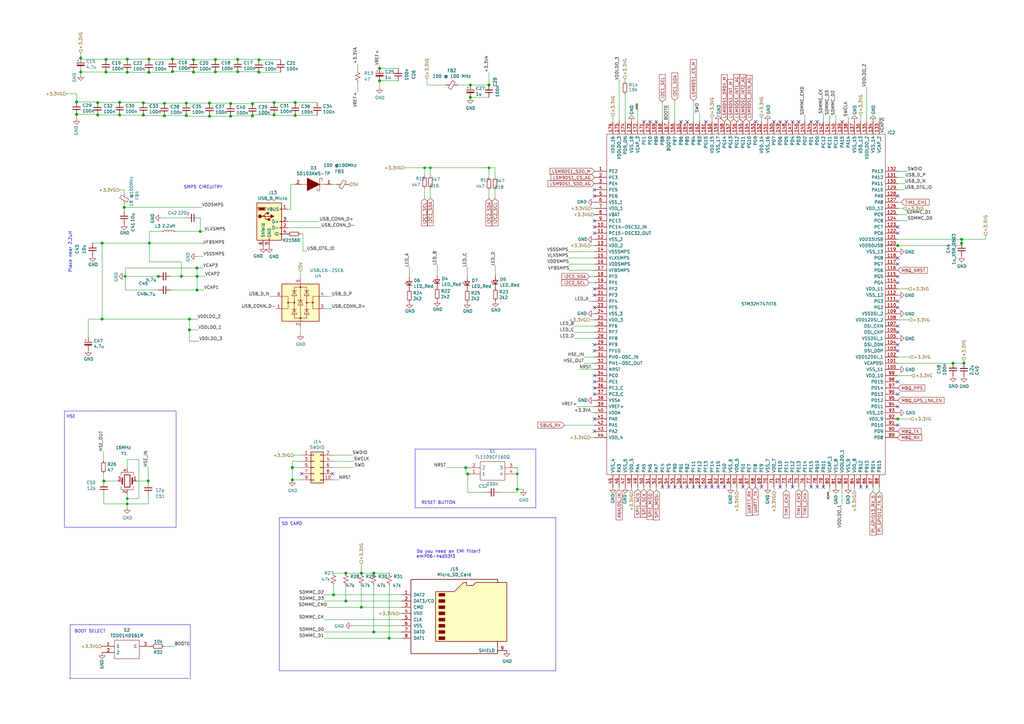
<source format=kicad_sch>
(kicad_sch (version 20201015) (generator eeschema)
  (paper "A3")
  (junction (at 31.4198 41.8338) (diameter 1.016))
  (junction (at 31.4198 46.9138) (diameter 1.016))
  (junction (at 33.0962 23.7998) (diameter 1.016))
  (junction (at 33.0962 29.5402) (diameter 1.016))
  (junction (at 40.0558 42.0878) (diameter 1.016))
  (junction (at 40.0558 47.1678) (diameter 1.016))
  (junction (at 41.8846 99.695) (diameter 1.016))
  (junction (at 41.8846 130.8862) (diameter 1.016))
  (junction (at 42.5958 197.2818) (diameter 1.016))
  (junction (at 43.4594 24.3586) (diameter 1.016))
  (junction (at 43.4594 29.5402) (diameter 1.016))
  (junction (at 49.0474 41.9862) (diameter 1.016))
  (junction (at 49.0474 47.1678) (diameter 1.016))
  (junction (at 50.927 85.0646) (diameter 1.016))
  (junction (at 51.3842 113.3602) (diameter 0.9144))
  (junction (at 52.1462 206.6798) (diameter 0.9144))
  (junction (at 52.197 24.257) (diameter 1.016))
  (junction (at 52.197 29.6418) (diameter 1.016))
  (junction (at 52.197 204.4954) (diameter 0.9144))
  (junction (at 58.801 42.1386) (diameter 1.016))
  (junction (at 58.801 47.2186) (diameter 1.016))
  (junction (at 60.7822 197.2818) (diameter 1.016))
  (junction (at 61.087 24.257) (diameter 1.016))
  (junction (at 61.087 29.6926) (diameter 1.016))
  (junction (at 61.2902 99.695) (diameter 1.016))
  (junction (at 64.9478 113.3602) (diameter 1.016))
  (junction (at 67.437 42.3926) (diameter 1.016))
  (junction (at 67.437 47.4726) (diameter 1.016))
  (junction (at 70.739 24.257) (diameter 1.016))
  (junction (at 70.739 29.337) (diameter 1.016))
  (junction (at 74.3966 113.3602) (diameter 1.016))
  (junction (at 76.4286 42.291) (diameter 1.016))
  (junction (at 76.4286 47.371) (diameter 1.016))
  (junction (at 77.6986 130.8862) (diameter 1.016))
  (junction (at 77.6986 135.3058) (diameter 1.016))
  (junction (at 79.375 24.511) (diameter 1.016))
  (junction (at 79.375 29.591) (diameter 1.016))
  (junction (at 80.7974 109.9058) (diameter 1.016))
  (junction (at 80.8482 113.3602) (diameter 1.016))
  (junction (at 80.8482 118.9482) (diameter 1.016))
  (junction (at 82.1182 94.9198) (diameter 1.016))
  (junction (at 85.9282 42.291) (diameter 1.016))
  (junction (at 85.9282 47.6758) (diameter 1.016))
  (junction (at 88.3666 24.4094) (diameter 1.016))
  (junction (at 88.3666 29.4894) (diameter 1.016))
  (junction (at 94.5642 42.4942) (diameter 1.016))
  (junction (at 94.5642 47.6758) (diameter 1.016))
  (junction (at 97.5106 24.3586) (diameter 1.016))
  (junction (at 97.5106 29.4386) (diameter 1.016))
  (junction (at 103.5558 42.4942) (diameter 1.016))
  (junction (at 103.5558 47.5234) (diameter 1.016))
  (junction (at 106.1466 29.591) (diameter 1.016))
  (junction (at 106.1974 24.511) (diameter 1.016))
  (junction (at 112.4458 42.037) (diameter 1.016))
  (junction (at 112.4458 47.117) (diameter 1.016))
  (junction (at 119.9134 191.7446) (diameter 1.016))
  (junction (at 119.9134 196.8246) (diameter 1.016))
  (junction (at 121.0818 42.037) (diameter 1.016))
  (junction (at 121.0818 47.371) (diameter 1.016))
  (junction (at 136.779 243.967) (diameter 1.016))
  (junction (at 141.859 235.077) (diameter 1.016))
  (junction (at 141.859 246.507) (diameter 1.016))
  (junction (at 148.209 235.077) (diameter 1.016))
  (junction (at 148.209 249.047) (diameter 1.016))
  (junction (at 153.289 235.077) (diameter 1.016))
  (junction (at 153.289 259.207) (diameter 1.016))
  (junction (at 155.6766 28.067) (diameter 1.016))
  (junction (at 155.6766 33.147) (diameter 1.016))
  (junction (at 159.639 261.747) (diameter 1.016))
  (junction (at 174.117 68.834) (diameter 0.9144))
  (junction (at 176.5046 68.834) (diameter 0.9144))
  (junction (at 191.0334 191.7954) (diameter 1.016))
  (junction (at 191.8462 194.3862) (diameter 1.016))
  (junction (at 192.913 34.8742) (diameter 1.016))
  (junction (at 192.913 39.9542) (diameter 1.016))
  (junction (at 200.533 34.8742) (diameter 1.016))
  (junction (at 200.533 68.834) (diameter 0.9144))
  (junction (at 212.1662 194.3862) (diameter 0.9144))
  (junction (at 212.1662 200.6854) (diameter 1.016))
  (junction (at 368.2238 100.711) (diameter 1.016))
  (junction (at 368.2238 171.831) (diameter 1.016))
  (junction (at 390.8806 148.971) (diameter 1.016))
  (junction (at 394.3858 98.171) (diameter 1.016))
  (junction (at 394.3858 99.7966) (diameter 1.016))
  (junction (at 395.351 148.971) (diameter 1.016))
  (no_connect (at 325.0438 49.911))
  (no_connect (at 368.2238 123.571))
  (no_connect (at 368.2238 161.671))
  (no_connect (at 281.8638 199.771))
  (no_connect (at 243.7638 143.891))
  (no_connect (at 243.7638 95.631))
  (no_connect (at 335.2038 199.771))
  (no_connect (at 368.2238 133.731))
  (no_connect (at 243.7638 80.391))
  (no_connect (at 355.5238 199.771))
  (no_connect (at 368.2238 174.371))
  (no_connect (at 368.2238 108.331))
  (no_connect (at 123.7234 194.2846))
  (no_connect (at 352.9838 199.771))
  (no_connect (at 368.2238 126.111))
  (no_connect (at 276.7838 199.771))
  (no_connect (at 289.4838 199.771))
  (no_connect (at 335.2038 49.911))
  (no_connect (at 368.2238 136.271))
  (no_connect (at 269.1638 49.911))
  (no_connect (at 279.3238 49.911))
  (no_connect (at 243.7638 90.551))
  (no_connect (at 271.7038 199.771))
  (no_connect (at 368.2238 105.791))
  (no_connect (at 368.2238 143.891))
  (no_connect (at 243.7638 161.671))
  (no_connect (at 243.7638 176.911))
  (no_connect (at 325.0438 199.771))
  (no_connect (at 243.7638 93.091))
  (no_connect (at 284.4038 199.771))
  (no_connect (at 368.2238 95.631))
  (no_connect (at 243.7638 77.851))
  (no_connect (at 264.0838 49.911))
  (no_connect (at 292.0238 199.771))
  (no_connect (at 312.3438 199.771))
  (no_connect (at 332.6638 49.911))
  (no_connect (at 345.3638 49.911))
  (no_connect (at 368.2238 93.091))
  (no_connect (at 368.2238 113.411))
  (no_connect (at 319.9638 49.911))
  (no_connect (at 368.2238 156.591))
  (no_connect (at 243.7638 154.051))
  (no_connect (at 317.4238 49.911))
  (no_connect (at 368.2238 80.391))
  (no_connect (at 274.2438 199.771))
  (no_connect (at 297.1038 199.771))
  (no_connect (at 243.7638 118.491))
  (no_connect (at 281.8638 49.911))
  (no_connect (at 279.3238 199.771))
  (no_connect (at 304.7238 199.771))
  (no_connect (at 337.7438 199.771))
  (no_connect (at 294.5638 199.771))
  (no_connect (at 309.8038 49.911))
  (no_connect (at 136.4234 194.2846))
  (no_connect (at 243.7638 126.111))
  (no_connect (at 243.7638 121.031))
  (no_connect (at 319.9638 199.771))
  (no_connect (at 289.4838 49.911))
  (no_connect (at 266.6238 49.911))
  (no_connect (at 332.6638 199.771))
  (no_connect (at 368.2238 115.951))
  (no_connect (at 322.5038 49.911))
  (no_connect (at 368.2238 166.751))
  (no_connect (at 243.7638 156.591))
  (no_connect (at 243.7638 171.831))
  (no_connect (at 368.2238 141.351))
  (no_connect (at 243.7638 141.351))
  (no_connect (at 286.9438 199.771))
  (no_connect (at 327.5838 49.911))
  (no_connect (at 243.7638 159.131))
  (wire (pts (xy 31.369 46.9138) (xy 31.4198 46.9138)))
  (wire (pts (xy 31.369 48.4886) (xy 31.369 46.9138)))
  (wire (pts (xy 31.4198 38.481) (xy 27.2034 38.481)))
  (wire (pts (xy 31.4198 41.8338) (xy 31.4198 38.481)))
  (wire (pts (xy 31.4198 41.8338) (xy 40.0558 41.8338)))
  (wire (pts (xy 31.4198 46.9138) (xy 40.0558 46.9138)))
  (wire (pts (xy 33.0962 21.6662) (xy 33.0962 23.7998)))
  (wire (pts (xy 33.0962 24.3586) (xy 33.0962 23.7998)))
  (wire (pts (xy 33.0962 28.8798) (xy 33.0962 29.5402)))
  (wire (pts (xy 33.0962 29.5402) (xy 33.0962 30.5054)))
  (wire (pts (xy 36.195 130.8862) (xy 36.195 138.4046)))
  (wire (pts (xy 37.973 99.695) (xy 41.8846 99.695)))
  (wire (pts (xy 40.0558 41.8338) (xy 40.0558 42.0878)))
  (wire (pts (xy 40.0558 42.0878) (xy 49.0474 42.0878)))
  (wire (pts (xy 40.0558 46.9138) (xy 40.0558 47.1678)))
  (wire (pts (xy 40.0558 47.1678) (xy 49.0474 47.1678)))
  (wire (pts (xy 41.8846 99.695) (xy 41.8846 130.8862)))
  (wire (pts (xy 41.8846 99.695) (xy 61.2902 99.695)))
  (wire (pts (xy 41.8846 130.8862) (xy 36.195 130.8862)))
  (wire (pts (xy 42.4434 189.0522) (xy 42.4434 185.1406)))
  (wire (pts (xy 42.4434 194.1322) (xy 42.4434 197.2818)))
  (wire (pts (xy 42.4434 197.2818) (xy 42.5958 197.2818)))
  (wire (pts (xy 42.5958 197.2818) (xy 48.387 197.2818)))
  (wire (pts (xy 42.5958 197.6882) (xy 42.5958 197.2818)))
  (wire (pts (xy 42.5958 202.7682) (xy 42.5958 206.6798)))
  (wire (pts (xy 42.5958 206.6798) (xy 52.1462 206.6798)))
  (wire (pts (xy 43.4594 24.257) (xy 52.197 24.257)))
  (wire (pts (xy 43.4594 24.3586) (xy 33.0962 24.3586)))
  (wire (pts (xy 43.4594 24.3586) (xy 43.4594 24.257)))
  (wire (pts (xy 43.4594 24.4602) (xy 43.4594 24.3586)))
  (wire (pts (xy 43.4594 29.5402) (xy 33.0962 29.5402)))
  (wire (pts (xy 43.4594 29.6418) (xy 43.4594 29.5402)))
  (wire (pts (xy 49.0474 41.9862) (xy 58.801 41.9862)))
  (wire (pts (xy 49.0474 42.0878) (xy 49.0474 41.9862)))
  (wire (pts (xy 49.0474 47.0662) (xy 49.0474 47.1678)))
  (wire (pts (xy 49.0474 47.1678) (xy 49.0474 47.2186)))
  (wire (pts (xy 49.0474 47.2186) (xy 58.801 47.2186)))
  (wire (pts (xy 49.0982 77.9018) (xy 50.927 77.9018)))
  (wire (pts (xy 50.927 77.9018) (xy 50.927 78.9686)))
  (wire (pts (xy 50.927 84.0486) (xy 50.927 85.0646)))
  (wire (pts (xy 50.927 85.0646) (xy 50.927 86.6394)))
  (wire (pts (xy 50.927 85.0646) (xy 82.7786 85.0646)))
  (wire (pts (xy 51.3842 109.9058) (xy 51.3842 113.3602)))
  (wire (pts (xy 51.3842 109.9058) (xy 80.7974 109.9058)))
  (wire (pts (xy 51.3842 113.3602) (xy 51.3842 118.9482)))
  (wire (pts (xy 52.1462 204.4954) (xy 52.197 204.4954)))
  (wire (pts (xy 52.1462 206.6798) (xy 52.1462 204.4954)))
  (wire (pts (xy 52.1462 206.6798) (xy 60.833 206.6798)))
  (wire (pts (xy 52.1462 208.0514) (xy 52.1462 206.6798)))
  (wire (pts (xy 52.197 24.257) (xy 61.087 24.257)))
  (wire (pts (xy 52.197 24.5618) (xy 52.197 24.257)))
  (wire (pts (xy 52.197 29.6418) (xy 43.4594 29.6418)))
  (wire (pts (xy 52.197 29.6418) (xy 61.087 29.6418)))
  (wire (pts (xy 52.197 188.4934) (xy 56.9722 188.4934)))
  (wire (pts (xy 52.197 192.2018) (xy 52.197 188.4934)))
  (wire (pts (xy 52.197 202.3618) (xy 52.197 204.4954)))
  (wire (pts (xy 56.007 197.2818) (xy 60.7822 197.2818)))
  (wire (pts (xy 56.9722 188.4934) (xy 56.9722 204.4954)))
  (wire (pts (xy 56.9722 204.4954) (xy 52.197 204.4954)))
  (wire (pts (xy 58.801 41.9862) (xy 58.801 42.1386)))
  (wire (pts (xy 58.801 42.1386) (xy 58.801 42.3926)))
  (wire (pts (xy 58.801 47.2186) (xy 58.801 47.4726)))
  (wire (pts (xy 60.7822 191.5414) (xy 60.7822 197.2818)))
  (wire (pts (xy 60.7822 197.2818) (xy 60.833 197.2818)))
  (wire (pts (xy 60.833 197.2818) (xy 60.833 198.0438)))
  (wire (pts (xy 60.833 203.1238) (xy 60.833 206.6798)))
  (wire (pts (xy 61.087 24.257) (xy 70.739 24.257)))
  (wire (pts (xy 61.087 24.6126) (xy 61.087 24.257)))
  (wire (pts (xy 61.087 29.6418) (xy 61.087 29.6926)))
  (wire (pts (xy 61.087 29.6926) (xy 70.739 29.6926)))
  (wire (pts (xy 61.2902 94.9198) (xy 61.2902 99.695)))
  (wire (pts (xy 61.2902 99.695) (xy 61.2902 107.4166)))
  (wire (pts (xy 61.2902 99.695) (xy 83.3882 99.695)))
  (wire (pts (xy 61.2902 107.4166) (xy 74.3966 107.4166)))
  (wire (pts (xy 64.9478 113.3602) (xy 51.3842 113.3602)))
  (wire (pts (xy 64.9478 118.9482) (xy 51.3842 118.9482)))
  (wire (pts (xy 64.9986 113.3602) (xy 64.9478 113.3602)))
  (wire (pts (xy 66.3194 89.3826) (xy 76.5302 89.3826)))
  (wire (pts (xy 66.675 94.9198) (xy 61.2902 94.9198)))
  (wire (pts (xy 67.2592 265.0998) (xy 71.5264 265.0998)))
  (wire (pts (xy 67.437 42.291) (xy 67.437 42.3926)))
  (wire (pts (xy 67.437 42.3926) (xy 58.801 42.3926)))
  (wire (pts (xy 67.437 47.371) (xy 67.437 47.4726)))
  (wire (pts (xy 67.437 47.4726) (xy 58.801 47.4726)))
  (wire (pts (xy 70.0278 113.3602) (xy 74.3966 113.3602)))
  (wire (pts (xy 70.0278 118.9482) (xy 80.8482 118.9482)))
  (wire (pts (xy 70.739 24.257) (xy 79.375 24.257)))
  (wire (pts (xy 70.739 29.2862) (xy 70.739 29.337)))
  (wire (pts (xy 70.739 29.337) (xy 70.739 29.6926)))
  (wire (pts (xy 70.739 29.337) (xy 79.375 29.337)))
  (wire (pts (xy 71.755 94.9198) (xy 82.1182 94.9198)))
  (wire (pts (xy 74.3966 107.4166) (xy 74.3966 113.3602)))
  (wire (pts (xy 74.3966 113.3602) (xy 80.8482 113.3602)))
  (wire (pts (xy 76.4286 42.291) (xy 67.437 42.291)))
  (wire (pts (xy 76.4286 47.371) (xy 67.437 47.371)))
  (wire (pts (xy 76.4286 47.6758) (xy 76.4286 47.371)))
  (wire (pts (xy 77.6986 130.8862) (xy 41.8846 130.8862)))
  (wire (pts (xy 77.6986 130.8862) (xy 77.6986 135.3058)))
  (wire (pts (xy 77.6986 139.9286) (xy 77.6986 135.3058)))
  (wire (pts (xy 79.375 24.257) (xy 79.375 24.511)))
  (wire (pts (xy 79.375 24.511) (xy 88.3666 24.511)))
  (wire (pts (xy 79.375 29.337) (xy 79.375 29.591)))
  (wire (pts (xy 79.375 29.591) (xy 88.3666 29.591)))
  (wire (pts (xy 80.7974 109.9058) (xy 80.7974 113.3094)))
  (wire (pts (xy 80.7974 109.9058) (xy 83.2866 109.9058)))
  (wire (pts (xy 80.7974 113.3094) (xy 80.899 113.3094)))
  (wire (pts (xy 80.8482 105.1814) (xy 83.3374 105.1814)))
  (wire (pts (xy 80.8482 113.3602) (xy 80.8482 118.9482)))
  (wire (pts (xy 80.8482 113.3602) (xy 84.0486 113.3602)))
  (wire (pts (xy 80.8482 118.9482) (xy 83.6422 118.9482)))
  (wire (pts (xy 80.9498 130.8862) (xy 77.6986 130.8862)))
  (wire (pts (xy 81.3054 135.3058) (xy 77.6986 135.3058)))
  (wire (pts (xy 81.6102 89.3826) (xy 82.1182 89.3826)))
  (wire (pts (xy 81.6102 139.9286) (xy 77.6986 139.9286)))
  (wire (pts (xy 82.1182 89.3826) (xy 82.1182 94.9198)))
  (wire (pts (xy 82.1182 94.9198) (xy 82.1182 94.9706)))
  (wire (pts (xy 83.3882 99.695) (xy 83.3882 100.4062)))
  (wire (pts (xy 83.8454 94.9706) (xy 82.1182 94.9706)))
  (wire (pts (xy 85.9282 42.291) (xy 76.4286 42.291)))
  (wire (pts (xy 85.9282 42.3418) (xy 85.9282 42.291)))
  (wire (pts (xy 85.9282 47.6758) (xy 76.4286 47.6758)))
  (wire (pts (xy 85.9282 47.6758) (xy 85.9282 47.4218)))
  (wire (pts (xy 88.3666 24.3586) (xy 97.5106 24.3586)))
  (wire (pts (xy 88.3666 24.4094) (xy 88.3666 24.3586)))
  (wire (pts (xy 88.3666 24.511) (xy 88.3666 24.4094)))
  (wire (pts (xy 88.3666 29.4894) (xy 97.5106 29.4894)))
  (wire (pts (xy 88.3666 29.591) (xy 88.3666 29.4894)))
  (wire (pts (xy 94.5642 42.291) (xy 85.9282 42.291)))
  (wire (pts (xy 94.5642 42.291) (xy 94.5642 42.4942)))
  (wire (pts (xy 94.5642 42.4942) (xy 94.5642 42.5958)))
  (wire (pts (xy 94.5642 47.5234) (xy 94.5642 47.6758)))
  (wire (pts (xy 94.5642 47.6758) (xy 85.9282 47.6758)))
  (wire (pts (xy 97.5106 24.3586) (xy 106.1974 24.3586)))
  (wire (pts (xy 97.5106 29.4386) (xy 106.1466 29.4386)))
  (wire (pts (xy 97.5106 29.4894) (xy 97.5106 29.4386)))
  (wire (pts (xy 103.5558 42.037) (xy 103.5558 42.4942)))
  (wire (pts (xy 103.5558 42.4942) (xy 94.5642 42.4942)))
  (wire (pts (xy 103.5558 47.117) (xy 103.5558 47.5234)))
  (wire (pts (xy 103.5558 47.5234) (xy 94.5642 47.5234)))
  (wire (pts (xy 103.5558 47.5234) (xy 103.5558 47.5742)))
  (wire (pts (xy 106.1466 24.511) (xy 106.1466 24.6126)))
  (wire (pts (xy 106.1466 24.511) (xy 106.1974 24.511)))
  (wire (pts (xy 106.1466 29.4386) (xy 106.1466 29.591)))
  (wire (pts (xy 106.1466 29.591) (xy 106.1466 29.6926)))
  (wire (pts (xy 106.1974 24.3586) (xy 106.1974 24.511)))
  (wire (pts (xy 106.1974 24.511) (xy 115.0874 24.511)))
  (wire (pts (xy 110.5408 121.5644) (xy 113.0808 121.5644)))
  (wire (pts (xy 112.4458 42.037) (xy 103.5558 42.037)))
  (wire (pts (xy 112.4458 47.117) (xy 103.5558 47.117)))
  (wire (pts (xy 112.4458 47.371) (xy 112.4458 47.117)))
  (wire (pts (xy 115.0874 29.591) (xy 106.1466 29.591)))
  (wire (pts (xy 118.0592 90.8812) (xy 131.0132 90.8812)))
  (wire (pts (xy 118.0592 93.4212) (xy 131.6736 93.4212)))
  (wire (pts (xy 119.2276 75.6412) (xy 119.2276 85.8012)))
  (wire (pts (xy 119.2276 85.8012) (xy 118.0592 85.8012)))
  (wire (pts (xy 119.9134 189.2046) (xy 119.9134 191.7446)))
  (wire (pts (xy 119.9134 191.7446) (xy 119.9134 196.8246)))
  (wire (pts (xy 120.6246 186.6646) (xy 120.6246 186.7662)))
  (wire (pts (xy 120.9548 75.6412) (xy 119.2276 75.6412)))
  (wire (pts (xy 121.0818 42.037) (xy 112.4458 42.037)))
  (wire (pts (xy 121.0818 42.291) (xy 121.0818 42.037)))
  (wire (pts (xy 121.0818 47.2694) (xy 121.0818 47.371)))
  (wire (pts (xy 121.0818 47.371) (xy 112.4458 47.371)))
  (wire (pts (xy 123.1392 95.9612) (xy 124.2568 95.9612)))
  (wire (pts (xy 123.2408 111.4044) (xy 123.2408 113.9444)))
  (wire (pts (xy 123.2408 134.2644) (xy 123.2408 136.8044)))
  (wire (pts (xy 123.7234 186.6646) (xy 120.6246 186.6646)))
  (wire (pts (xy 123.7234 189.2046) (xy 119.9134 189.2046)))
  (wire (pts (xy 123.7234 191.7446) (xy 119.9134 191.7446)))
  (wire (pts (xy 123.7234 196.8246) (xy 119.9134 196.8246)))
  (wire (pts (xy 124.2568 95.9612) (xy 124.2568 102.9208)))
  (wire (pts (xy 124.2568 102.9208) (xy 125.8316 102.9208)))
  (wire (pts (xy 130.0734 42.037) (xy 121.0818 42.037)))
  (wire (pts (xy 130.0734 42.1894) (xy 130.0734 42.037)))
  (wire (pts (xy 130.0734 47.2694) (xy 121.0818 47.2694)))
  (wire (pts (xy 132.969 243.967) (xy 136.779 243.967)))
  (wire (pts (xy 132.969 246.507) (xy 141.859 246.507)))
  (wire (pts (xy 132.969 254.127) (xy 164.719 254.127)))
  (wire (pts (xy 132.969 259.207) (xy 153.289 259.207)))
  (wire (pts (xy 132.969 261.747) (xy 159.639 261.747)))
  (wire (pts (xy 133.4008 121.5644) (xy 135.9408 121.5644)))
  (wire (pts (xy 133.4008 126.6444) (xy 135.9408 126.6444)))
  (wire (pts (xy 134.239 249.047) (xy 148.209 249.047)))
  (wire (pts (xy 136.1948 75.6412) (xy 138.0236 75.6412)))
  (wire (pts (xy 136.4234 186.6646) (xy 144.6022 186.6646)))
  (wire (pts (xy 136.4234 189.2046) (xy 145.1102 189.2046)))
  (wire (pts (xy 136.4234 191.7446) (xy 145.3642 191.7446)))
  (wire (pts (xy 136.4234 196.8246) (xy 138.9634 196.8246)))
  (wire (pts (xy 136.779 235.077) (xy 141.859 235.077)))
  (wire (pts (xy 136.779 240.157) (xy 136.779 243.967)))
  (wire (pts (xy 136.779 243.967) (xy 164.719 243.967)))
  (wire (pts (xy 138.9634 196.8246) (xy 138.9634 196.8754)))
  (wire (pts (xy 141.859 240.157) (xy 141.859 246.507)))
  (wire (pts (xy 141.859 246.507) (xy 164.719 246.507)))
  (wire (pts (xy 146.7358 26.2382) (xy 146.7358 28.7782)))
  (wire (pts (xy 146.7358 33.8582) (xy 146.7358 37.6682)))
  (wire (pts (xy 148.209 231.267) (xy 148.209 235.077)))
  (wire (pts (xy 148.209 235.077) (xy 141.859 235.077)))
  (wire (pts (xy 148.209 235.077) (xy 153.289 235.077)))
  (wire (pts (xy 148.209 240.157) (xy 148.209 249.047)))
  (wire (pts (xy 148.209 249.047) (xy 164.719 249.047)))
  (wire (pts (xy 153.289 240.157) (xy 153.289 259.207)))
  (wire (pts (xy 153.289 259.207) (xy 164.719 259.207)))
  (wire (pts (xy 155.6766 26.797) (xy 155.6766 28.067)))
  (wire (pts (xy 155.6766 33.147) (xy 155.6766 35.687)))
  (wire (pts (xy 159.639 235.077) (xy 153.289 235.077)))
  (wire (pts (xy 159.639 240.157) (xy 159.639 261.747)))
  (wire (pts (xy 159.639 261.747) (xy 164.719 261.747)))
  (wire (pts (xy 163.2966 28.067) (xy 155.6766 28.067)))
  (wire (pts (xy 163.2966 33.147) (xy 155.6766 33.147)))
  (wire (pts (xy 163.7538 251.587) (xy 163.7538 251.6378)))
  (wire (pts (xy 164.719 251.587) (xy 163.7538 251.587)))
  (wire (pts (xy 164.719 256.667) (xy 144.399 256.667)))
  (wire (pts (xy 166.1414 68.834) (xy 174.117 68.834)))
  (wire (pts (xy 167.894 109.474) (xy 167.9448 109.474)))
  (wire (pts (xy 167.894 113.6904) (xy 167.894 109.474)))
  (wire (pts (xy 174.117 68.834) (xy 176.5046 68.834)))
  (wire (pts (xy 174.117 72.1868) (xy 174.117 68.834)))
  (wire (pts (xy 174.117 77.2668) (xy 174.117 81.4832)))
  (wire (pts (xy 175.133 34.8742) (xy 175.133 32.3342)))
  (wire (pts (xy 176.5046 68.834) (xy 200.533 68.834)))
  (wire (pts (xy 176.5046 72.1868) (xy 176.5046 68.834)))
  (wire (pts (xy 176.5046 77.2668) (xy 176.5046 81.28)))
  (wire (pts (xy 179.324 108.712) (xy 179.3748 108.712)))
  (wire (pts (xy 179.324 112.9284) (xy 179.324 108.712)))
  (wire (pts (xy 182.753 34.8742) (xy 175.133 34.8742)))
  (wire (pts (xy 187.833 34.8742) (xy 192.913 34.8742)))
  (wire (pts (xy 191.0334 191.7954) (xy 182.9562 191.7954)))
  (wire (pts (xy 191.0334 191.7954) (xy 191.0334 194.3862)))
  (wire (pts (xy 191.0334 194.3862) (xy 191.8462 194.3862)))
  (wire (pts (xy 191.6176 109.474) (xy 191.6684 109.474)))
  (wire (pts (xy 191.6176 113.6904) (xy 191.6176 109.474)))
  (wire (pts (xy 191.8462 191.7954) (xy 191.0334 191.7954)))
  (wire (pts (xy 191.8462 191.7954) (xy 191.8462 191.8462)))
  (wire (pts (xy 191.8462 194.3862) (xy 191.8462 201.9554)))
  (wire (pts (xy 192.913 34.8742) (xy 200.533 34.8742)))
  (wire (pts (xy 199.4662 201.9554) (xy 191.8462 201.9554)))
  (wire (pts (xy 200.533 34.8742) (xy 200.533 29.7942)))
  (wire (pts (xy 200.533 39.9542) (xy 192.913 39.9542)))
  (wire (pts (xy 200.533 72.7964) (xy 200.533 68.834)))
  (wire (pts (xy 200.533 77.8764) (xy 200.533 81.4324)))
  (wire (pts (xy 203.0222 68.834) (xy 200.533 68.834)))
  (wire (pts (xy 203.0222 72.7964) (xy 203.0222 68.834)))
  (wire (pts (xy 203.0222 77.8764) (xy 203.0222 81.4324)))
  (wire (pts (xy 203.2 109.0168) (xy 203.2508 109.0168)))
  (wire (pts (xy 203.2 113.2332) (xy 203.2 109.0168)))
  (wire (pts (xy 204.5462 201.9554) (xy 212.1662 201.9554)))
  (wire (pts (xy 212.1662 191.8462) (xy 212.1662 194.3862)))
  (wire (pts (xy 212.1662 194.3862) (xy 212.1662 200.6854)))
  (wire (pts (xy 212.1662 201.9554) (xy 212.1662 200.6854)))
  (wire (pts (xy 214.7062 200.6854) (xy 212.1662 200.6854)))
  (wire (pts (xy 231.4702 174.371) (xy 243.7638 174.371)))
  (wire (pts (xy 233.1466 103.251) (xy 233.1466 103.4542)))
  (wire (pts (xy 233.1466 105.791) (xy 243.7638 105.791)))
  (wire (pts (xy 233.4006 108.331) (xy 233.4006 108.2802)))
  (wire (pts (xy 233.553 110.871) (xy 233.553 111.0234)))
  (wire (pts (xy 235.4834 133.731) (xy 243.7638 133.731)))
  (wire (pts (xy 235.4834 136.271) (xy 243.7638 136.271)))
  (wire (pts (xy 235.4834 138.811) (xy 243.7638 138.811)))
  (wire (pts (xy 236.7026 166.751) (xy 236.7026 166.7002)))
  (wire (pts (xy 237.5662 151.511) (xy 243.7638 151.511)))
  (wire (pts (xy 239.5474 148.971) (xy 243.7638 148.971)))
  (wire (pts (xy 239.5982 146.431) (xy 243.7638 146.431)))
  (wire (pts (xy 241.4016 123.571) (xy 243.7638 123.571)))
  (wire (pts (xy 241.6302 115.951) (xy 243.7638 115.951)))
  (wire (pts (xy 241.7318 113.411) (xy 243.7638 113.411)))
  (wire (pts (xy 241.935 131.191) (xy 243.7638 131.191)))
  (wire (pts (xy 242.2398 179.451) (xy 243.7638 179.451)))
  (wire (pts (xy 242.3922 169.291) (xy 243.7638 169.291)))
  (wire (pts (xy 242.443 100.711) (xy 243.7638 100.711)))
  (wire (pts (xy 242.6462 85.471) (xy 243.7638 85.471)))
  (wire (pts (xy 243.7638 103.251) (xy 233.1466 103.251)))
  (wire (pts (xy 243.7638 108.331) (xy 233.4006 108.331)))
  (wire (pts (xy 243.7638 110.871) (xy 233.553 110.871)))
  (wire (pts (xy 243.7638 166.751) (xy 236.7026 166.751)))
  (wire (pts (xy 251.3838 47.7266) (xy 251.3838 49.911)))
  (wire (pts (xy 253.9238 32.8422) (xy 254.127 32.8422)))
  (wire (pts (xy 253.9238 49.911) (xy 253.9238 32.8422)))
  (wire (pts (xy 253.9238 199.771) (xy 253.9238 200.787)))
  (wire (pts (xy 256.3114 32.4358) (xy 256.3114 33.4518)))
  (wire (pts (xy 256.4638 38.5318) (xy 256.3114 38.5318)))
  (wire (pts (xy 256.4638 49.911) (xy 256.4638 38.5318)))
  (wire (pts (xy 259.0038 199.771) (xy 259.0038 200.9902)))
  (wire (pts (xy 261.5438 42.4434) (xy 261.5438 49.911)))
  (wire (pts (xy 261.5438 199.771) (xy 261.5438 200.6854)))
  (wire (pts (xy 264.0838 199.771) (xy 264.0838 200.6854)))
  (wire (pts (xy 266.6238 199.771) (xy 266.6238 200.787)))
  (wire (pts (xy 269.1638 199.771) (xy 269.1638 200.9902)))
  (wire (pts (xy 269.1638 200.9902) (xy 269.2146 200.9902)))
  (wire (pts (xy 271.7038 41.783) (xy 271.7038 49.911)))
  (wire (pts (xy 274.2438 43.1038) (xy 274.2438 49.911)))
  (wire (pts (xy 276.7838 41.1734) (xy 276.7838 49.911)))
  (wire (pts (xy 284.4038 41.3258) (xy 284.4038 49.911)))
  (wire (pts (xy 286.9438 46.3042) (xy 286.893 46.3042)))
  (wire (pts (xy 286.9438 49.911) (xy 286.9438 46.3042)))
  (wire (pts (xy 292.0238 48.3362) (xy 292.0238 49.911)))
  (wire (pts (xy 302.1838 199.771) (xy 302.1838 201.4982)))
  (wire (pts (xy 312.3438 48.1838) (xy 312.3438 49.911)))
  (wire (pts (xy 317.4238 199.771) (xy 317.4238 201.549)))
  (wire (pts (xy 322.5038 199.771) (xy 322.5038 200.9902)))
  (wire (pts (xy 327.5838 199.771) (xy 327.5838 200.787)))
  (wire (pts (xy 330.1238 47.1678) (xy 330.073 47.1678)))
  (wire (pts (xy 330.1238 49.911) (xy 330.1238 47.1678)))
  (wire (pts (xy 330.1238 199.771) (xy 330.1238 200.7362)))
  (wire (pts (xy 337.7438 46.7106) (xy 337.693 46.7106)))
  (wire (pts (xy 337.7438 49.911) (xy 337.7438 46.7106)))
  (wire (pts (xy 340.2838 47.1678) (xy 340.233 47.1678)))
  (wire (pts (xy 340.2838 49.911) (xy 340.2838 47.1678)))
  (wire (pts (xy 340.2838 199.771) (xy 340.2838 201.4474)))
  (wire (pts (xy 342.7222 47.2694) (xy 342.8238 47.2694)))
  (wire (pts (xy 342.8238 49.911) (xy 342.8238 47.2694)))
  (wire (pts (xy 345.3638 199.771) (xy 345.3638 206.883)))
  (wire (pts (xy 347.9038 47.879) (xy 347.9038 49.911)))
  (wire (pts (xy 350.4438 199.771) (xy 350.4438 201.3458)))
  (wire (pts (xy 352.9838 47.3202) (xy 352.9838 49.911)))
  (wire (pts (xy 355.5238 35.687) (xy 355.5238 49.911)))
  (wire (pts (xy 358.0638 199.771) (xy 358.0638 201.6506)))
  (wire (pts (xy 360.6038 48.4378) (xy 360.6038 49.911)))
  (wire (pts (xy 360.6038 48.4378) (xy 362.839 48.4378)))
  (wire (pts (xy 360.6038 199.771) (xy 360.6038 201.5998)))
  (wire (pts (xy 368.1222 100.711) (xy 368.2238 100.711)))
  (wire (pts (xy 368.173 171.831) (xy 368.2238 171.831)))
  (wire (pts (xy 368.2238 70.231) (xy 372.1862 70.231)))
  (wire (pts (xy 368.2238 72.771) (xy 371.221 72.771)))
  (wire (pts (xy 368.2238 75.311) (xy 371.1702 75.311)))
  (wire (pts (xy 368.2238 77.851) (xy 370.9416 77.851)))
  (wire (pts (xy 368.2238 82.931) (xy 369.6462 82.931)))
  (wire (pts (xy 368.2238 85.471) (xy 370.5098 85.471)))
  (wire (pts (xy 368.2238 88.011) (xy 371.6782 88.011)))
  (wire (pts (xy 368.2238 90.551) (xy 372.1862 90.551)))
  (wire (pts (xy 368.2238 98.171) (xy 394.3858 98.171)))
  (wire (pts (xy 368.2238 100.711) (xy 394.3858 100.711)))
  (wire (pts (xy 368.2238 118.491) (xy 372.5418 118.491)))
  (wire (pts (xy 368.2238 131.191) (xy 372.7958 131.191)))
  (wire (pts (xy 368.2238 146.431) (xy 373.2022 146.431)))
  (wire (pts (xy 368.2238 148.971) (xy 390.8806 148.971)))
  (wire (pts (xy 368.2238 154.051) (xy 373.9134 154.051)))
  (wire (pts (xy 368.2238 171.831) (xy 373.4054 171.831)))
  (wire (pts (xy 371.6782 88.011) (xy 371.6782 88.0618)))
  (wire (pts (xy 372.1862 70.231) (xy 372.1862 70.2818)))
  (wire (pts (xy 390.8806 148.971) (xy 395.351 148.971)))
  (wire (pts (xy 394.3858 98.171) (xy 404.241 98.171)))
  (wire (pts (xy 394.3858 99.7966) (xy 394.3858 98.171)))
  (wire (pts (xy 394.3858 100.711) (xy 394.3858 99.7966)))
  (wire (pts (xy 395.351 147.8534) (xy 395.3002 147.8534)))
  (wire (pts (xy 395.351 148.971) (xy 395.351 147.8534)))
  (wire (pts (xy 395.351 149.0726) (xy 395.351 148.971)))
  (wire (pts (xy 404.241 98.171) (xy 404.241 96.647)))
  (polyline (pts (xy 26.4414 168.5798) (xy 41.1734 168.5798)) (stroke (width 0) (type solid)))
  (polyline (pts (xy 26.4414 216.281) (xy 26.4414 168.5798)) (stroke (width 0) (type solid)))
  (polyline (pts (xy 28.4226 278.257) (xy 77.7494 278.257)) (stroke (width 0) (type solid)))
  (polyline (pts (xy 28.7528 256.2098) (xy 28.7528 278.3586)) (stroke (width 0) (type solid)))
  (polyline (pts (xy 37.2364 256.2098) (xy 28.7528 256.2098)) (stroke (width 0) (type solid)))
  (polyline (pts (xy 41.1226 168.5798) (xy 72.2122 168.5798)) (stroke (width 0) (type solid)))
  (polyline (pts (xy 72.2122 168.5798) (xy 72.2122 216.281)) (stroke (width 0) (type solid)))
  (polyline (pts (xy 72.2122 216.281) (xy 26.4414 216.281)) (stroke (width 0) (type solid)))
  (polyline (pts (xy 78.0796 256.2098) (xy 36.7792 256.2098)) (stroke (width 0) (type solid)))
  (polyline (pts (xy 78.0796 278.3586) (xy 78.0796 256.2098)) (stroke (width 0) (type solid)))
  (polyline (pts (xy 114.5286 212.3186) (xy 227.965 212.3186)) (stroke (width 0) (type solid)))
  (polyline (pts (xy 114.5286 275.1582) (xy 114.5286 212.3186)) (stroke (width 0) (type solid)))
  (polyline (pts (xy 170.2562 184.1754) (xy 219.7862 184.1754)) (stroke (width 0) (type solid)))
  (polyline (pts (xy 170.2562 208.3054) (xy 170.2562 184.1754)) (stroke (width 0) (type solid)))
  (polyline (pts (xy 219.7862 184.1754) (xy 219.7862 208.3054)) (stroke (width 0) (type solid)))
  (polyline (pts (xy 219.7862 208.3054) (xy 170.2562 208.3054)) (stroke (width 0) (type solid)))
  (polyline (pts (xy 227.965 212.3186) (xy 227.965 275.1582)) (stroke (width 0) (type solid)))
  (polyline (pts (xy 227.965 275.1582) (xy 114.5286 275.1582)) (stroke (width 0) (type solid)))
  (text "HSE" (at 27.2034 171.6786 0) (effects (font (size 1.27 1.27)) (justify left bottom)))
  (text "Place near 2.2uH\n" (at 29.5402 111.9378 90) (effects (font (size 1.27 1.27)) (justify left bottom)))
  (text "BOOT SELECT\n" (at 30.48 259.7658 0) (effects (font (size 1.27 1.27)) (justify left bottom)))
  (text "SMPS CIRCUITRY" (at 75.311 77.597 0) (effects (font (size 1.27 1.27)) (justify left bottom)))
  (text "SD CARD" (at 115.4938 215.6714 0) (effects (font (size 1.27 1.27)) (justify left bottom)))
  (text "Do you need an EMI filter?\nemif06-hsd03f3" (at 170.815 229.0826 0) (effects (font (size 1.27 1.27)) (justify left bottom)))
  (text "RESET BUTTON\n" (at 172.7962 207.0354 0) (effects (font (size 1.27 1.27)) (justify left bottom)))
  (label "HSE_OUT" (at 42.4434 185.1406 90))
  (label "HSE_IN" (at 60.7822 191.5414 90))
  (label "BOOT0" (at 71.5264 265.0998 0))
  (label "VDDLDO_2" (at 80.9498 130.8862 0))
  (label "VDDLDO_1" (at 81.3054 135.3058 0))
  (label "VDDLDO_3" (at 81.6102 139.9286 0))
  (label "VDDSMPS" (at 82.7786 85.0646 0))
  (label "VCAP3" (at 83.2866 109.9058 0))
  (label "VSSSMPS" (at 83.3374 105.1814 0))
  (label "VFBSMPS" (at 83.3882 100.4062 0))
  (label "VCAP1" (at 83.6422 118.9482 0))
  (label "VLXSMPS" (at 83.8454 94.9706 0))
  (label "VCAP2" (at 84.0486 113.3602 0))
  (label "USB_D_N" (at 110.5408 121.5644 180))
  (label "USB_CONN_D-" (at 113.0808 126.6444 180))
  (label "USB_OTG_ID" (at 125.8316 102.9208 0))
  (label "USB_CONN_D+" (at 131.0132 90.8812 0))
  (label "USB_CONN_D-" (at 131.6736 93.4212 0))
  (label "SDMMC_D2" (at 132.969 243.967 180))
  (label "SDMMC_D3" (at 132.969 246.507 180))
  (label "SDMMC_CK" (at 132.969 254.127 180))
  (label "SDMMC_D0" (at 132.969 259.207 180))
  (label "SDMMC_D1" (at 132.969 261.747 180))
  (label "SDMMC_CMD" (at 134.239 249.047 180))
  (label "USB_D_P" (at 135.9408 121.5644 0))
  (label "USB_CONN_D+" (at 135.9408 126.6444 0))
  (label "NRST" (at 138.9634 196.8754 0))
  (label "SWDIO" (at 144.6022 186.6646 0))
  (label "SWCLK" (at 145.1102 189.2046 0))
  (label "SWO" (at 145.3642 191.7446 0))
  (label "+3.3VA" (at 146.7358 26.2382 90))
  (label "VREF+" (at 146.7358 37.6682 270))
  (label "VREF+" (at 155.6766 26.797 90))
  (label "LED_A" (at 167.9448 109.474 90))
  (label "LED_B" (at 179.3748 108.712 90))
  (label "NRST" (at 182.9562 191.7954 180))
  (label "LED_C" (at 191.6684 109.474 90))
  (label "+3.3VA" (at 200.533 29.7942 90))
  (label "LED_D" (at 203.2508 109.0168 90))
  (label "VSSSMPS" (at 233.1466 103.4542 180))
  (label "VLXSMPS" (at 233.1466 105.791 180))
  (label "VDDSMPS" (at 233.4006 108.2802 180))
  (label "VFBSMPS" (at 233.553 111.0234 180))
  (label "LED_B" (at 235.4834 133.731 180))
  (label "LED_C" (at 235.4834 136.271 180))
  (label "LED_D" (at 235.4834 138.811 180))
  (label "VREF+" (at 236.7026 166.7002 180))
  (label "NRST" (at 237.5662 151.511 0))
  (label "HSE_OUT" (at 239.5474 148.971 180))
  (label "HSE_IN" (at 239.5982 146.431 180))
  (label "LED_A" (at 241.4016 123.571 180))
  (label "+3.3VA" (at 242.3922 169.291 180))
  (label "VDDLDO_3" (at 254.127 32.8422 90))
  (label "VCAP3" (at 261.5438 42.4434 270) (effects (font (size 0.508 0.508))))
  (label "BOOT0" (at 274.2438 43.1038 270))
  (label "SWO" (at 286.893 46.3042 90))
  (label "SDMMC_CMD" (at 330.073 47.1678 90))
  (label "SDMMC_CK" (at 337.693 46.7106 90))
  (label "SDMMC_D3" (at 340.233 47.1678 90))
  (label "VCAP1" (at 340.2838 201.4474 270) (effects (font (size 0.7 0.7))))
  (label "SDMMC_D2" (at 342.7222 47.2694 90))
  (label "VDDLDO_1" (at 345.3638 206.883 270))
  (label "SWCLK" (at 347.9038 47.879 90))
  (label "VDDLDO_2" (at 355.5238 35.687 90))
  (label "VCAP2" (at 362.839 48.4378 270))
  (label "USB_OTG_ID" (at 370.9416 77.851 0))
  (label "USB_D_N" (at 371.1702 75.311 0))
  (label "USB_D_P" (at 371.221 72.771 0))
  (label "SDMMC_D1" (at 371.6782 88.0618 0))
  (label "SWDIO" (at 372.1862 70.2818 0))
  (label "SDMMC_D0" (at 372.1862 90.551 0))
  (global_label "I2C1_SCL" (shape input) (at 174.117 81.4832 270) (property "Intersheet References" "${INTERSHEET_REFS}" (effects hide)))
  (global_label "I2C1_SDA" (shape input) (at 176.5046 81.28 270) (property "Intersheet References" "${INTERSHEET_REFS}" (effects hide)))
  (global_label "I2C2_SDA" (shape input) (at 200.533 81.4324 270) (property "Intersheet References" "${INTERSHEET_REFS}" (effects hide)))
  (global_label "I2C2_SCL" (shape input) (at 203.0222 81.4324 270) (property "Intersheet References" "${INTERSHEET_REFS}" (effects hide)))
  (global_label "SBUS_RX" (shape input) (at 231.4702 174.371 180) (property "Intersheet References" "${INTERSHEET_REFS}" (effects hide)))
  (global_label "I2C2_SCL" (shape input) (at 241.6302 115.951 180) (property "Intersheet References" "${INTERSHEET_REFS}" (effects hide)))
  (global_label "I2C2_SDA" (shape input) (at 241.7318 113.411 180) (property "Intersheet References" "${INTERSHEET_REFS}" (effects hide)))
  (global_label "LSM9DS1_SDO_M" (shape input) (at 243.7638 70.231 180) (property "Intersheet References" "${INTERSHEET_REFS}" (effects hide)))
  (global_label "LSM9DS1_CS_AG" (shape input) (at 243.7638 72.771 180) (property "Intersheet References" "${INTERSHEET_REFS}" (effects hide)))
  (global_label "LSM9DS1_SDO_AG" (shape input) (at 243.7638 75.311 180) (property "Intersheet References" "${INTERSHEET_REFS}" (effects hide)))
  (global_label "ANALOG_IN" (shape input) (at 253.9238 200.787 270) (property "Intersheet References" "${INTERSHEET_REFS}" (effects hide)))
  (global_label "SPI1_NCS" (shape input) (at 261.5438 200.6854 270) (property "Intersheet References" "${INTERSHEET_REFS}" (effects hide)))
  (global_label "SPI1_SCK" (shape input) (at 264.0838 200.6854 270) (property "Intersheet References" "${INTERSHEET_REFS}" (effects hide)))
  (global_label "SPI1_MISO" (shape input) (at 266.6238 200.787 270) (property "Intersheet References" "${INTERSHEET_REFS}" (effects hide)))
  (global_label "SPI1_MOSI" (shape input) (at 269.2146 200.9902 270) (property "Intersheet References" "${INTERSHEET_REFS}" (effects hide)))
  (global_label "I2C1_SCL" (shape input) (at 271.7038 41.783 90) (property "Intersheet References" "${INTERSHEET_REFS}" (effects hide)))
  (global_label "I2C1_SDA" (shape input) (at 276.7838 41.1734 90) (property "Intersheet References" "${INTERSHEET_REFS}" (effects hide)))
  (global_label "LSM9DS1_CS_M" (shape input) (at 284.4038 41.3258 90) (property "Intersheet References" "${INTERSHEET_REFS}" (effects hide)))
  (global_label "LSM9DS1_DRDY_M" (shape input) (at 297.1038 49.911 90) (property "Intersheet References" "${INTERSHEET_REFS}" (effects hide)))
  (global_label "LSM9DS1_INT_M" (shape input) (at 299.6438 49.911 90) (property "Intersheet References" "${INTERSHEET_REFS}" (effects hide)))
  (global_label "LSM9DS1_INT1_AG" (shape input) (at 302.1838 49.911 90) (property "Intersheet References" "${INTERSHEET_REFS}" (effects hide)))
  (global_label "LSM9DS1_INT2_AG" (shape input) (at 304.7238 49.911 90) (property "Intersheet References" "${INTERSHEET_REFS}" (effects hide)))
  (global_label "LSM9DS1_DEN_AG" (shape input) (at 307.2638 49.911 90) (property "Intersheet References" "${INTERSHEET_REFS}" (effects hide)))
  (global_label "UART7_RX" (shape input) (at 307.2638 199.771 270) (property "Intersheet References" "${INTERSHEET_REFS}" (effects hide)))
  (global_label "UART7_TX" (shape input) (at 309.8038 199.771 270) (property "Intersheet References" "${INTERSHEET_REFS}" (effects hide)))
  (global_label "TIM1_CH2" (shape input) (at 322.5038 200.9902 270) (property "Intersheet References" "${INTERSHEET_REFS}" (effects hide)))
  (global_label "TIM1_CH3" (shape input) (at 327.5838 200.787 270) (property "Intersheet References" "${INTERSHEET_REFS}" (effects hide)))
  (global_label "TIM1_CH4" (shape input) (at 330.1238 200.7362 270) (property "Intersheet References" "${INTERSHEET_REFS}" (effects hide)))
  (global_label "PI_GPIO13_RX_5" (shape input) (at 358.0638 201.6506 270) (property "Intersheet References" "${INTERSHEET_REFS}" (effects hide)))
  (global_label "PI_GPIO12_TX_5" (shape input) (at 360.6038 201.5998 270) (property "Intersheet References" "${INTERSHEET_REFS}" (effects hide)))
  (global_label "M8Q_NRST" (shape input) (at 368.2238 110.871 0) (property "Intersheet References" "${INTERSHEET_REFS}" (effects hide)))
  (global_label "M8Q_PPS" (shape input) (at 368.2238 159.131 0) (property "Intersheet References" "${INTERSHEET_REFS}" (effects hide)))
  (global_label "M8Q_GPS_LNA_EN" (shape input) (at 368.2238 164.211 0) (property "Intersheet References" "${INTERSHEET_REFS}" (effects hide)))
  (global_label "M8Q_TX" (shape input) (at 368.2238 176.911 0) (property "Intersheet References" "${INTERSHEET_REFS}" (effects hide)))
  (global_label "M8Q_RX" (shape input) (at 368.2238 179.451 0) (property "Intersheet References" "${INTERSHEET_REFS}" (effects hide)))
  (global_label "TIM1_CH1" (shape input) (at 369.6462 82.931 0) (property "Intersheet References" "${INTERSHEET_REFS}" (effects hide)))
  (hierarchical_label "+3.3VG" (shape input) (at 27.2034 38.481 180))
  (hierarchical_label "+3.3VG" (shape input) (at 33.0962 21.6662 90))
  (hierarchical_label "+3.3VG" (shape input) (at 41.8592 265.0998 180))
  (hierarchical_label "+3.3VG" (shape input) (at 49.0982 77.9018 180))
  (hierarchical_label "+3.3VG" (shape input) (at 120.6246 186.7662 180))
  (hierarchical_label "5V" (shape input) (at 123.2408 111.4044 90))
  (hierarchical_label "5V" (shape input) (at 143.1036 75.6412 0))
  (hierarchical_label "+3.3VG" (shape input) (at 148.209 231.267 90))
  (hierarchical_label "+3.3VG" (shape input) (at 163.7538 251.6378 180))
  (hierarchical_label "+3.3VG" (shape input) (at 166.1414 68.834 180))
  (hierarchical_label "+3.3VG" (shape input) (at 175.133 32.3342 90))
  (hierarchical_label "+3.3VG" (shape input) (at 241.935 131.191 180))
  (hierarchical_label "+3.3VG" (shape input) (at 242.2398 179.451 180))
  (hierarchical_label "+3.3VG" (shape input) (at 242.443 100.711 180))
  (hierarchical_label "+3.3VG" (shape input) (at 242.6462 85.471 180))
  (hierarchical_label "+3.3VG" (shape input) (at 243.7638 88.011 180))
  (hierarchical_label "+3.3VG" (shape input) (at 251.3838 47.7266 90))
  (hierarchical_label "+3.3VG" (shape input) (at 256.3114 32.4358 90))
  (hierarchical_label "+3.3VG" (shape input) (at 259.0038 200.9902 270))
  (hierarchical_label "+3.3VG" (shape input) (at 292.0238 48.3362 90))
  (hierarchical_label "+3.3VG" (shape input) (at 302.1838 201.4982 270))
  (hierarchical_label "+3.3VG" (shape input) (at 312.3438 48.1838 90))
  (hierarchical_label "+3.3VG" (shape input) (at 317.4238 201.549 270))
  (hierarchical_label "+3.3VG" (shape input) (at 350.4438 201.3458 270))
  (hierarchical_label "+3.3VG" (shape input) (at 352.9838 47.3202 90))
  (hierarchical_label "+3.3VG" (shape input) (at 370.5098 85.471 0))
  (hierarchical_label "+3.3VG" (shape input) (at 372.5418 118.491 0))
  (hierarchical_label "+3.3VG" (shape input) (at 372.7958 131.191 0))
  (hierarchical_label "+3.3VG" (shape input) (at 373.2022 146.431 0))
  (hierarchical_label "+3.3VG" (shape input) (at 373.4054 171.831 0))
  (hierarchical_label "+3.3VG" (shape input) (at 373.9134 154.051 0))
  (hierarchical_label "+3.3VG" (shape input) (at 395.3002 147.8534 90))
  (hierarchical_label "+3.3VG" (shape input) (at 404.241 96.647 90))
  (symbol (lib_id "Device:L_Small") (at 69.215 94.9198 90) (unit 1)
    (property "Reference" "L3" (at 64.6938 92.767 90))
    (property "Value" "2.2uH" (at 69.2148 92.627 90))
    (property "Footprint" "Inductor_SMD:L_0805_2012Metric" (effects hide))
    (property "Seeed SKU" "303010090" (effects hide))
    (property "Digi-Key_PN" "399-17725-2-ND" (effects hide))
    (property "Digikey Link" "https://www.digikey.co.uk/en/products/detail/kemet/L0805B2R2MDWLT/8601311" (effects hide))
    (property "Manufacturer_Part_Number" "L0805B2R2MDWLT" (effects hide))
  )
  (symbol (lib_id "power:GND") (at 31.369 48.4886 0) (unit 1)
    (property "Reference" "#PWR050" (effects hide))
    (property "Value" "GND" (at 31.2293 53.575 90))
  )
  (symbol (lib_id "power:GND") (at 33.0962 30.5054 0) (unit 1)
    (property "Reference" "#PWR047" (effects hide))
    (property "Value" "GND" (at 30.4673 31.7818 90))
  )
  (symbol (lib_id "power:GND") (at 36.195 143.4846 0) (unit 1)
    (property "Reference" "#PWR076" (effects hide))
    (property "Value" "GND" (at 36.4109 147.2502 0))
  )
  (symbol (lib_id "power:GND") (at 37.973 104.775 0) (unit 1)
    (property "Reference" "#PWR063" (effects hide))
    (property "Value" "GND" (at 38.1889 108.5406 0))
  )
  (symbol (lib_id "power:GND") (at 41.8592 267.6398 0) (unit 1)
    (property "Reference" "#PWR093" (effects hide))
    (property "Value" "GND" (at 41.7703 272.4722 90))
  )
  (symbol (lib_id "power:GND") (at 50.927 91.7194 0) (unit 1)
    (property "Reference" "#PWR058" (effects hide))
    (property "Value" "GND" (at 51.1429 95.485 0))
  )
  (symbol (lib_id "power:GND") (at 51.3842 113.3602 270) (unit 1)
    (property "Reference" "#PWR066" (effects hide))
    (property "Value" "GND" (at 47.6186 113.5761 0))
  )
  (symbol (lib_id "power:GND") (at 52.1462 208.0514 0) (unit 1)
    (property "Reference" "#PWR090" (effects hide))
    (property "Value" "GND" (at 52.2605 212.3758 0))
  )
  (symbol (lib_id "power:GND") (at 66.3194 89.3826 270) (unit 1)
    (property "Reference" "#PWR057" (effects hide))
    (property "Value" "GND" (at 62.5538 89.5985 0))
  )
  (symbol (lib_id "power:GND") (at 80.8482 105.1814 270) (unit 1)
    (property "Reference" "#PWR065" (effects hide))
    (property "Value" "GND" (at 77.0826 105.3973 0))
  )
  (symbol (lib_id "power:GND") (at 107.8992 101.0412 0) (unit 1)
    (property "Reference" "#PWR060" (effects hide))
    (property "Value" "GND" (at 105.8926 105.029 0))
  )
  (symbol (lib_id "power:GND") (at 110.4392 101.0412 0) (unit 1)
    (property "Reference" "#PWR061" (effects hide))
    (property "Value" "GND" (at 112.395 105.2322 0))
  )
  (symbol (lib_id "power:GND") (at 119.9134 196.8246 0) (unit 1)
    (property "Reference" "#PWR082" (effects hide))
    (property "Value" "GND" (at 120.0404 201.2188 0))
  )
  (symbol (lib_id "power:GND") (at 123.2408 136.8044 0) (unit 1)
    (property "Reference" "#PWR074" (effects hide))
    (property "Value" "GND" (at 123.3678 141.1986 0))
  )
  (symbol (lib_id "power:GND") (at 144.399 256.667 270) (unit 1)
    (property "Reference" "#PWR091" (effects hide))
    (property "Value" "GND" (at 141.1478 256.794 90) (effects (justify right)))
  )
  (symbol (lib_id "power:GND") (at 155.6766 35.687 0) (unit 1)
    (property "Reference" "#PWR048" (effects hide))
    (property "Value" "GND" (at 155.8036 40.0812 0))
  )
  (symbol (lib_id "power:GND") (at 167.894 123.8504 0) (unit 1)
    (property "Reference" "#PWR070" (effects hide))
    (property "Value" "GND" (at 168.1099 127.616 0))
  )
  (symbol (lib_id "power:GND") (at 179.324 123.0884 0) (unit 1)
    (property "Reference" "#PWR068" (effects hide))
    (property "Value" "GND" (at 179.5399 126.854 0))
  )
  (symbol (lib_id "power:GND") (at 191.6176 123.8504 0) (unit 1)
    (property "Reference" "#PWR071" (effects hide))
    (property "Value" "GND" (at 191.8335 127.616 0))
  )
  (symbol (lib_id "power:GND") (at 192.913 39.9542 0) (unit 1)
    (property "Reference" "#PWR049" (effects hide))
    (property "Value" "GND" (at 193.04 44.3484 0))
  )
  (symbol (lib_id "power:GND") (at 203.2 123.3932 0) (unit 1)
    (property "Reference" "#PWR069" (effects hide))
    (property "Value" "GND" (at 203.4159 127.1588 0))
  )
  (symbol (lib_id "power:GND") (at 207.899 266.827 0) (unit 1)
    (property "Reference" "#PWR092" (effects hide))
    (property "Value" "GND" (at 208.026 271.2212 0))
  )
  (symbol (lib_id "power:GND") (at 214.7062 200.6854 0) (unit 1)
    (property "Reference" "#PWR089" (effects hide))
    (property "Value" "GND" (at 214.8332 205.0796 0))
  )
  (symbol (lib_id "power:GND") (at 243.7638 82.931 270) (unit 1)
    (property "Reference" "#PWR056" (effects hide))
    (property "Value" "GND" (at 238.6774 82.7913 90))
  )
  (symbol (lib_id "power:GND") (at 243.7638 98.171 270) (unit 1)
    (property "Reference" "#PWR059" (effects hide))
    (property "Value" "GND" (at 238.9822 98.1329 90))
  )
  (symbol (lib_id "power:GND") (at 243.7638 128.651 270) (unit 1)
    (property "Reference" "#PWR072" (effects hide))
    (property "Value" "GND" (at 238.7282 128.5621 90))
  )
  (symbol (lib_id "power:GND") (at 243.7638 164.211 270) (unit 1)
    (property "Reference" "#PWR080" (effects hide))
    (property "Value" "GND" (at 238.9822 164.1221 90))
  )
  (symbol (lib_id "power:GND") (at 251.3838 199.771 0) (unit 1)
    (property "Reference" "#PWR083" (effects hide))
    (property "Value" "GND" (at 251.3457 204.5018 90))
  )
  (symbol (lib_id "power:GND") (at 256.4638 199.771 0) (unit 1)
    (property "Reference" "#PWR084" (effects hide))
    (property "Value" "GND" (at 256.2733 204.705 90))
  )
  (symbol (lib_id "power:GND") (at 259.0038 49.911 180) (unit 1)
    (property "Reference" "#PWR051" (effects hide))
    (property "Value" "GND" (at 259.0927 45.0786 90))
  )
  (symbol (lib_id "power:GND") (at 294.5638 49.911 180) (unit 1)
    (property "Reference" "#PWR052" (effects hide))
    (property "Value" "GND" (at 294.8051 44.9262 90))
  )
  (symbol (lib_id "power:GND") (at 299.6438 199.771 0) (unit 1)
    (property "Reference" "#PWR085" (effects hide))
    (property "Value" "GND" (at 299.5549 204.8066 90))
  )
  (symbol (lib_id "power:GND") (at 314.8838 49.911 180) (unit 1)
    (property "Reference" "#PWR053" (effects hide))
    (property "Value" "GND" (at 315.1251 44.9262 90))
  )
  (symbol (lib_id "power:GND") (at 314.8838 199.771 0) (unit 1)
    (property "Reference" "#PWR086" (effects hide))
    (property "Value" "GND" (at 314.7949 204.8066 90))
  )
  (symbol (lib_id "power:GND") (at 342.8238 199.771 0) (unit 1)
    (property "Reference" "#PWR087" (effects hide))
    (property "Value" "GND" (at 342.8365 204.959 90))
  )
  (symbol (lib_id "power:GND") (at 347.9038 199.771 0) (unit 1)
    (property "Reference" "#PWR088" (effects hide))
    (property "Value" "GND" (at 347.8657 204.9082 90))
  )
  (symbol (lib_id "power:GND") (at 350.4438 49.911 180) (unit 1)
    (property "Reference" "#PWR054" (effects hide))
    (property "Value" "GND" (at 350.5835 45.1294 90))
  )
  (symbol (lib_id "power:GND") (at 358.0638 49.911 180) (unit 1)
    (property "Reference" "#PWR055" (effects hide))
    (property "Value" "GND" (at 358.2035 45.0278 90))
  )
  (symbol (lib_id "power:GND") (at 368.2238 103.251 90) (unit 1)
    (property "Reference" "#PWR062" (effects hide))
    (property "Value" "GND" (at 373.107 103.3399 90))
  )
  (symbol (lib_id "power:GND") (at 368.2238 121.031 90) (unit 1)
    (property "Reference" "#PWR067" (effects hide))
    (property "Value" "GND" (at 373.107 121.1199 90))
  )
  (symbol (lib_id "power:GND") (at 368.2238 128.651 90) (unit 1)
    (property "Reference" "#PWR073" (effects hide))
    (property "Value" "GND" (at 373.107 128.7399 90))
  )
  (symbol (lib_id "power:GND") (at 368.2238 138.811 90) (unit 1)
    (property "Reference" "#PWR075" (effects hide))
    (property "Value" "GND" (at 373.107 138.8999 90))
  )
  (symbol (lib_id "power:GND") (at 368.2238 151.511 90) (unit 1)
    (property "Reference" "#PWR077" (effects hide))
    (property "Value" "GND" (at 373.2594 151.5999 90))
  )
  (symbol (lib_id "power:GND") (at 368.2238 169.291 90) (unit 1)
    (property "Reference" "#PWR081" (effects hide))
    (property "Value" "GND" (at 373.4118 169.3291 90))
  )
  (symbol (lib_id "power:GND") (at 390.8806 154.051 0) (unit 1)
    (property "Reference" "#PWR078" (effects hide))
    (property "Value" "GND" (at 390.9949 158.3754 0))
  )
  (symbol (lib_id "power:GND") (at 394.3858 104.8766 0) (unit 1)
    (property "Reference" "#PWR064" (effects hide))
    (property "Value" "GND" (at 394.5001 109.201 0))
  )
  (symbol (lib_id "power:GND") (at 395.351 154.1526 0) (unit 1)
    (property "Reference" "#PWR079" (effects hide))
    (property "Value" "GND" (at 395.4653 158.477 0))
  )
  (symbol (lib_id "Device:R_Small") (at 42.4434 191.5922 0) (unit 1)
    (property "Reference" "R26" (at 43.9421 190.4428 0) (effects (justify left)))
    (property "Value" "47" (at 43.9422 192.7414 0) (effects (justify left)))
    (property "Footprint" "Resistor_SMD:R_0402_1005Metric" (effects hide))
    (property "Seeed SKU" "301010878" (effects hide))
  )
  (symbol (lib_id "Device:R_Small") (at 64.7192 265.0998 90) (unit 1)
    (property "Reference" "R32" (at 64.8208 267.5698 90))
    (property "Value" "10k" (at 64.922 263.1624 90))
    (property "Footprint" "Resistor_SMD:R_0402_1005Metric" (effects hide))
    (property "Digi-Key_PN" "	RG10P10.0KDTR-ND" (effects hide))
    (property "LCSC Part #" " C25744" (effects hide))
    (property "Seeed SKU" "	301010004" (effects hide))
  )
  (symbol (lib_id "Device:R_Small") (at 120.5992 95.9612 90) (unit 1)
    (property "Reference" "R21" (at 119.7038 98.5773 90) (effects (justify left)))
    (property "Value" "560" (at 123.2724 98.5266 90) (effects (justify left)))
    (property "Footprint" "Resistor_SMD:R_0402_1005Metric" (effects hide))
    (property "Manufacturer_Part_Number" "RC0603JR-07560RL" (effects hide))
    (property "Digi-Key_PN" "311-560GRTR-ND" (effects hide))
    (property "Digikey Link" "https://www.digikey.co.uk/en/products/detail/yageo/RC0603JR-07560RL/726805?s=N4IgTCBcDaIEoGEAMA2JBmAUnAtEg7AKxpwAyIAugL5A" (effects hide))
  )
  (symbol (lib_id "Device:R_Small") (at 167.894 121.3104 0) (unit 1)
    (property "Reference" "R24" (at 169.3927 120.161 0) (effects (justify left)))
    (property "Value" "2k2" (at 169.3926 122.4596 0) (effects (justify left)))
    (property "Footprint" "Resistor_SMD:R_0603_1608Metric" (effects hide))
    (property "Seeed SKU" "301010039" (effects hide))
  )
  (symbol (lib_id "Device:R_Small") (at 174.117 74.7268 0) (unit 1)
    (property "Reference" "R15" (at 170.4849 73.2726 0) (effects (justify left)))
    (property "Value" "4k7" (at 168.758 75.7744 0) (effects (justify left)))
    (property "Footprint" "Resistor_SMD:R_0402_1005Metric" (effects hide))
    (property "Seeed SKU" "301010010" (effects hide))
  )
  (symbol (lib_id "Device:R_Small") (at 176.5046 74.7268 180) (unit 1)
    (property "Reference" "R16" (at 180.1367 76.181 0) (effects (justify left)))
    (property "Value" "4k7" (at 180.5432 73.5272 0) (effects (justify left)))
    (property "Footprint" "Resistor_SMD:R_0402_1005Metric" (effects hide))
    (property "Seeed SKU" "301010010" (effects hide))
  )
  (symbol (lib_id "Device:R_Small") (at 179.324 120.5484 0) (unit 1)
    (property "Reference" "R22" (at 180.8227 119.399 0) (effects (justify left)))
    (property "Value" "2k2" (at 180.8226 121.6976 0) (effects (justify left)))
    (property "Footprint" "Resistor_SMD:R_0603_1608Metric" (effects hide))
    (property "Seeed SKU" "301010039" (effects hide))
  )
  (symbol (lib_id "Device:R_Small") (at 191.6176 121.3104 0) (unit 1)
    (property "Reference" "R25" (at 193.1163 120.161 0) (effects (justify left)))
    (property "Value" "2k2" (at 193.1162 122.4596 0) (effects (justify left)))
    (property "Footprint" "Resistor_SMD:R_0603_1608Metric" (effects hide))
    (property "Seeed SKU" "301010039" (effects hide))
  )
  (symbol (lib_id "Device:R_Small") (at 200.533 75.3364 0) (unit 1)
    (property "Reference" "R17" (at 196.9009 73.8822 0) (effects (justify left)))
    (property "Value" "4k7" (at 195.174 76.384 0) (effects (justify left)))
    (property "Footprint" "Resistor_SMD:R_0402_1005Metric" (effects hide))
    (property "Seeed SKU" "301010010" (effects hide))
  )
  (symbol (lib_id "Device:R_Small") (at 203.0222 75.3364 180) (unit 1)
    (property "Reference" "R18" (at 206.6543 76.7906 0) (effects (justify left)))
    (property "Value" "4k7" (at 207.0608 74.1368 0) (effects (justify left)))
    (property "Footprint" "Resistor_SMD:R_0402_1005Metric" (effects hide))
    (property "Seeed SKU" "301010010" (effects hide))
  )
  (symbol (lib_id "Device:R_Small") (at 203.2 120.8532 0) (unit 1)
    (property "Reference" "R23" (at 204.6987 119.7038 0) (effects (justify left)))
    (property "Value" "2k2" (at 204.6986 122.0024 0) (effects (justify left)))
    (property "Footprint" "Resistor_SMD:R_0603_1608Metric" (effects hide))
    (property "Seeed SKU" "301010039" (effects hide))
  )
  (symbol (lib_id "Device:R_Small") (at 256.3114 35.9918 0) (unit 1)
    (property "Reference" "R14" (at 257.8101 34.8424 0) (effects (justify left)))
    (property "Value" "10k" (at 257.861 36.7854 0) (effects (justify left)))
    (property "Footprint" "Resistor_SMD:R_0402_1005Metric" (effects hide))
    (property "Digi-Key_PN" "	RG10P10.0KDTR-ND" (effects hide))
    (property "LCSC Part #" " C25744" (effects hide))
    (property "Seeed SKU" "	301010004" (effects hide))
  )
  (symbol (lib_id "Device:R_Small_US") (at 136.779 237.617 180) (unit 1)
    (property "Reference" "R27" (at 132.969 235.077 0) (effects (justify right)))
    (property "Value" "47k" (at 131.699 237.617 0) (effects (justify right)))
    (property "Footprint" "Resistor_SMD:R_0402_1005Metric" (effects hide))
    (property "Digi-Key_PN" "P47KDCTR-ND" (effects hide))
    (property "LCSC Part #" " C25792" (effects hide))
    (property "Seeed SKU" "301010005" (effects hide))
  )
  (symbol (lib_id "Device:R_Small_US") (at 141.859 237.617 180) (unit 1)
    (property "Reference" "R28" (at 143.5862 236.4486 0) (effects (justify right)))
    (property "Value" "47k" (at 141.859 240.157 0) (effects (justify right)))
    (property "Footprint" "Resistor_SMD:R_0402_1005Metric" (effects hide))
    (property "Digi-Key_PN" "P47KDCTR-ND" (effects hide))
    (property "LCSC Part #" " C25792" (effects hide))
    (property "Seeed SKU" "301010005" (effects hide))
  )
  (symbol (lib_id "Device:R_Small_US") (at 146.7358 31.3182 180) (unit 1)
    (property "Reference" "R13" (at 149.2758 30.0482 0) (effects (justify right)))
    (property "Value" "47" (at 149.2756 32.5884 0) (effects (justify right)))
    (property "Footprint" "Resistor_SMD:R_0402_1005Metric" (effects hide))
    (property "Seeed SKU" "301010878" (effects hide))
  )
  (symbol (lib_id "Device:R_Small_US") (at 148.209 237.617 180) (unit 1)
    (property "Reference" "R29" (at 149.9362 236.4486 0) (effects (justify right)))
    (property "Value" "47k" (at 148.209 240.157 0) (effects (justify right)))
    (property "Footprint" "Resistor_SMD:R_0402_1005Metric" (effects hide))
    (property "Digi-Key_PN" "P47KDCTR-ND" (effects hide))
    (property "LCSC Part #" " C25792" (effects hide))
    (property "Seeed SKU" "301010005" (effects hide))
  )
  (symbol (lib_id "Device:R_Small_US") (at 153.289 237.617 180) (unit 1)
    (property "Reference" "R30" (at 155.0162 236.4486 0) (effects (justify right)))
    (property "Value" "47k" (at 154.559 240.157 0) (effects (justify right)))
    (property "Footprint" "Resistor_SMD:R_0402_1005Metric" (effects hide))
    (property "Digi-Key_PN" "P47KDCTR-ND" (effects hide))
    (property "LCSC Part #" " C25792" (effects hide))
    (property "Seeed SKU" "301010005" (effects hide))
  )
  (symbol (lib_id "Device:R_Small_US") (at 159.639 237.617 180) (unit 1)
    (property "Reference" "R31" (at 161.3662 236.4486 0) (effects (justify right)))
    (property "Value" "47k" (at 160.909 240.157 0) (effects (justify right)))
    (property "Footprint" "Resistor_SMD:R_0402_1005Metric" (effects hide))
    (property "Digi-Key_PN" "P47KDCTR-ND" (effects hide))
    (property "LCSC Part #" " C25792" (effects hide))
    (property "Seeed SKU" "301010005" (effects hide))
  )
  (symbol (lib_id "Device:LED_Small") (at 167.894 116.2304 90) (unit 1)
    (property "Reference" "D6" (at 169.6721 115.081 90) (effects (justify right)))
    (property "Value" "LED_Red" (at 169.6722 117.3798 90) (effects (justify right)))
    (property "Footprint" "LED_SMD:LED_0603_1608Metric" (effects hide))
    (property "Seeed SKU" "304090042" (effects hide))
  )
  (symbol (lib_id "Device:LED_Small") (at 179.324 115.4684 90) (unit 1)
    (property "Reference" "D4" (at 181.1021 114.319 90) (effects (justify right)))
    (property "Value" "LED_Red" (at 181.1022 116.6178 90) (effects (justify right)))
    (property "Footprint" "LED_SMD:LED_0603_1608Metric" (effects hide))
    (property "Seeed SKU" "304090042" (effects hide))
  )
  (symbol (lib_id "Device:LED_Small") (at 191.6176 116.2304 90) (unit 1)
    (property "Reference" "D7" (at 193.3957 115.081 90) (effects (justify right)))
    (property "Value" "LED_Red" (at 193.3958 117.3798 90) (effects (justify right)))
    (property "Footprint" "LED_SMD:LED_0603_1608Metric" (effects hide))
    (property "Seeed SKU" "304090042" (effects hide))
  )
  (symbol (lib_id "Device:LED_Small") (at 203.2 115.7732 90) (unit 1)
    (property "Reference" "D5" (at 204.9781 114.6238 90) (effects (justify right)))
    (property "Value" "LED_Red" (at 204.9782 116.9226 90) (effects (justify right)))
    (property "Footprint" "LED_SMD:LED_0603_1608Metric" (effects hide))
    (property "Seeed SKU" "304090042" (effects hide))
  )
  (symbol (lib_id "Device:C_Polarized_Small") (at 33.0962 26.3398 0) (unit 1)
    (property "Reference" "C15" (at 35.2553 25.1904 0) (effects (justify left)))
    (property "Value" "4.7u" (at 35.255 27.4886 0) (effects (justify left)))
    (property "Footprint" "Capacitor_Tantalum_SMD:CP_EIA-3216-18_Kemet-A" (effects hide))
    (property "Seeed SKU" "302020039" (effects hide))
  )
  (symbol (lib_id "Device:C_Polarized_Small") (at 36.195 140.9446 0) (unit 1)
    (property "Reference" "C47" (at 38.3541 139.7952 0) (effects (justify left)))
    (property "Value" "4.7u" (at 38.3538 142.0934 0) (effects (justify left)))
    (property "Footprint" "Capacitor_Tantalum_SMD:CP_EIA-3216-18_Kemet-A" (effects hide))
    (property "Seeed SKU" "302020039" (effects hide))
  )
  (symbol (lib_id "Device:C_Polarized_Small") (at 155.6766 30.607 0) (unit 1)
    (property "Reference" "C25" (at 157.8357 29.4576 0) (effects (justify left)))
    (property "Value" "1u" (at 157.836 31.7564 0) (effects (justify left)))
    (property "Footprint" "Capacitor_Tantalum_SMD:CP_EIA-3216-18_Kemet-A" (effects hide))
    (property "Manufacturer_Part_Number" "TAJA105M016RNJ" (effects hide))
    (property "Digi-Key_PN" "2388-PCT1/6AK-ND" (effects hide))
    (property "Digikey Link" "https://www.digikey.co.uk/en/products/detail/nemco/PCT1-6AK/13236721" (effects hide))
  )
  (symbol (lib_id "Device:C_Polarized_Small") (at 192.913 37.4142 0) (unit 1)
    (property "Reference" "C27" (at 195.0721 36.2648 0) (effects (justify left)))
    (property "Value" "1u" (at 195.072 38.5636 0) (effects (justify left)))
    (property "Footprint" "Capacitor_Tantalum_SMD:CP_EIA-3216-18_Kemet-A" (effects hide))
    (property "Manufacturer_Part_Number" "TAJA105M016RNJ" (effects hide))
    (property "Digi-Key_PN" "2388-PCT1/6AK-ND" (effects hide))
    (property "Digikey Link" "https://www.digikey.co.uk/en/products/detail/nemco/PCT1-6AK/13236721" (effects hide))
  )
  (symbol (lib_id "Device:C_Small") (at 31.4198 44.3738 0) (unit 1)
    (property "Reference" "C29" (at 33.744 43.2244 0) (effects (justify left)))
    (property "Value" "100n" (at 33.744 45.5234 0) (effects (justify left)))
    (property "Footprint" "Capacitor_SMD:C_0402_1005Metric" (effects hide))
    (property "Digi-Key_PN" "587-1226-2-ND" (effects hide))
    (property "LCSC Part #" "C1525" (effects hide))
    (property "Seeed SKU" "302010024" (effects hide))
  )
  (symbol (lib_id "Device:C_Small") (at 37.973 102.235 0) (unit 1)
    (property "Reference" "C43" (at 31.623 102.235 90))
    (property "Value" "10u" (at 34.468 102.2352 90))
    (property "Footprint" "Capacitor_SMD:C_0603_1608Metric" (effects hide))
    (property "Seeed SKU" "302010103" (effects hide))
  )
  (symbol (lib_id "Device:C_Small") (at 40.0558 44.6278 0) (unit 1)
    (property "Reference" "C32" (at 42.38 43.4784 0) (effects (justify left)))
    (property "Value" "100n" (at 42.38 45.7774 0) (effects (justify left)))
    (property "Footprint" "Capacitor_SMD:C_0402_1005Metric" (effects hide))
    (property "Digi-Key_PN" "587-1226-2-ND" (effects hide))
    (property "LCSC Part #" "C1525" (effects hide))
    (property "Seeed SKU" "302010024" (effects hide))
  )
  (symbol (lib_id "Device:C_Small") (at 42.5958 200.2282 180) (unit 1)
    (property "Reference" "C50" (at 37.3315 197.9422 0))
    (property "Value" "12p" (at 37.4446 200.2792 0))
    (property "Footprint" "Capacitor_SMD:C_0402_1005Metric" (effects hide))
    (property "Seeed SKU" "302010049" (effects hide))
  )
  (symbol (lib_id "Device:C_Small") (at 43.4594 27.0002 0) (unit 1)
    (property "Reference" "C19" (at 45.7836 25.8508 0) (effects (justify left)))
    (property "Value" "100n" (at 45.7836 28.1498 0) (effects (justify left)))
    (property "Footprint" "Capacitor_SMD:C_0402_1005Metric" (effects hide))
    (property "Digi-Key_PN" "587-1226-2-ND" (effects hide))
    (property "LCSC Part #" "C1525" (effects hide))
    (property "Seeed SKU" "302010024" (effects hide))
  )
  (symbol (lib_id "Device:C_Small") (at 49.0474 44.5262 0) (unit 1)
    (property "Reference" "C30" (at 51.3716 43.3768 0) (effects (justify left)))
    (property "Value" "100n" (at 51.3716 45.6758 0) (effects (justify left)))
    (property "Footprint" "Capacitor_SMD:C_0402_1005Metric" (effects hide))
    (property "Digi-Key_PN" "587-1226-2-ND" (effects hide))
    (property "LCSC Part #" "C1525" (effects hide))
    (property "Seeed SKU" "302010024" (effects hide))
  )
  (symbol (lib_id "Device:C_Small") (at 50.927 89.1794 180) (unit 1)
    (property "Reference" "C41" (at 54.5338 93.1418 90))
    (property "Value" "10u" (at 54.432 89.1792 90))
    (property "Footprint" "Capacitor_SMD:C_0603_1608Metric" (effects hide))
    (property "Seeed SKU" "302010103" (effects hide))
  )
  (symbol (lib_id "Device:C_Small") (at 52.197 27.1018 0) (unit 1)
    (property "Reference" "C22" (at 54.5212 25.9524 0) (effects (justify left)))
    (property "Value" "100n" (at 54.5212 28.2514 0) (effects (justify left)))
    (property "Footprint" "Capacitor_SMD:C_0402_1005Metric" (effects hide))
    (property "Digi-Key_PN" "587-1226-2-ND" (effects hide))
    (property "LCSC Part #" "C1525" (effects hide))
    (property "Seeed SKU" "302010024" (effects hide))
  )
  (symbol (lib_id "Device:C_Small") (at 58.801 44.6786 0) (unit 1)
    (property "Reference" "C33" (at 61.1252 43.5292 0) (effects (justify left)))
    (property "Value" "100n" (at 61.1252 45.8282 0) (effects (justify left)))
    (property "Footprint" "Capacitor_SMD:C_0402_1005Metric" (effects hide))
    (property "Digi-Key_PN" "587-1226-2-ND" (effects hide))
    (property "LCSC Part #" "C1525" (effects hide))
    (property "Seeed SKU" "302010024" (effects hide))
  )
  (symbol (lib_id "Device:C_Small") (at 60.833 200.5838 0) (unit 1)
    (property "Reference" "C51" (at 65.7417 203.581 0))
    (property "Value" "12p" (at 65.578 201.0414 0))
    (property "Footprint" "Capacitor_SMD:C_0402_1005Metric" (effects hide))
    (property "Seeed SKU" "302010049" (effects hide))
  )
  (symbol (lib_id "Device:C_Small") (at 61.087 27.1526 0) (unit 1)
    (property "Reference" "C23" (at 63.4112 26.0032 0) (effects (justify left)))
    (property "Value" "100n" (at 63.4112 28.3022 0) (effects (justify left)))
    (property "Footprint" "Capacitor_SMD:C_0402_1005Metric" (effects hide))
    (property "Digi-Key_PN" "587-1226-2-ND" (effects hide))
    (property "LCSC Part #" "C1525" (effects hide))
    (property "Seeed SKU" "302010024" (effects hide))
  )
  (symbol (lib_id "Device:C_Small") (at 67.437 44.9326 0) (unit 1)
    (property "Reference" "C38" (at 69.7612 43.7832 0) (effects (justify left)))
    (property "Value" "100n" (at 69.7612 46.0822 0) (effects (justify left)))
    (property "Footprint" "Capacitor_SMD:C_0402_1005Metric" (effects hide))
    (property "Digi-Key_PN" "587-1226-2-ND" (effects hide))
    (property "LCSC Part #" "C1525" (effects hide))
    (property "Seeed SKU" "302010024" (effects hide))
  )
  (symbol (lib_id "Device:C_Small") (at 67.4878 113.3602 270) (unit 1)
    (property "Reference" "C45" (at 58.801 116.2877 90))
    (property "Value" "4.7u" (at 61.9508 114.7008 90))
    (property "Footprint" "Capacitor_SMD:C_0603_1608Metric" (effects hide))
    (property "Seeed SKU" "302010111" (effects hide))
  )
  (symbol (lib_id "Device:C_Small") (at 67.4878 118.9482 270) (unit 1)
    (property "Reference" "C46" (at 58.0898 120.5041 90))
    (property "Value" "4.7u" (at 61.5952 120.6444 90))
    (property "Footprint" "Capacitor_SMD:C_0603_1608Metric" (effects hide))
    (property "Seeed SKU" "302010111" (effects hide))
  )
  (symbol (lib_id "Device:C_Small") (at 70.739 26.797 0) (unit 1)
    (property "Reference" "C16" (at 73.0632 25.6476 0) (effects (justify left)))
    (property "Value" "100n" (at 73.0632 27.9466 0) (effects (justify left)))
    (property "Footprint" "Capacitor_SMD:C_0402_1005Metric" (effects hide))
    (property "Digi-Key_PN" "587-1226-2-ND" (effects hide))
    (property "LCSC Part #" "C1525" (effects hide))
    (property "Seeed SKU" "302010024" (effects hide))
  )
  (symbol (lib_id "Device:C_Small") (at 76.4286 44.831 0) (unit 1)
    (property "Reference" "C35" (at 78.7528 43.6816 0) (effects (justify left)))
    (property "Value" "100n" (at 78.7528 45.9806 0) (effects (justify left)))
    (property "Footprint" "Capacitor_SMD:C_0402_1005Metric" (effects hide))
    (property "Digi-Key_PN" "587-1226-2-ND" (effects hide))
    (property "LCSC Part #" "C1525" (effects hide))
    (property "Seeed SKU" "302010024" (effects hide))
  )
  (symbol (lib_id "Device:C_Small") (at 79.0702 89.3826 270) (unit 1)
    (property "Reference" "C42" (at 70.6882 87.3825 90))
    (property "Value" "220p" (at 75.3114 87.3198 90))
    (property "Footprint" "Capacitor_SMD:C_0402_1005Metric" (effects hide))
    (property "Seeed SKU" "302010013" (effects hide))
  )
  (symbol (lib_id "Device:C_Small") (at 79.375 27.051 0) (unit 1)
    (property "Reference" "C20" (at 81.6992 25.9016 0) (effects (justify left)))
    (property "Value" "100n" (at 81.6992 28.2006 0) (effects (justify left)))
    (property "Footprint" "Capacitor_SMD:C_0402_1005Metric" (effects hide))
    (property "Digi-Key_PN" "587-1226-2-ND" (effects hide))
    (property "LCSC Part #" "C1525" (effects hide))
    (property "Seeed SKU" "302010024" (effects hide))
  )
  (symbol (lib_id "Device:C_Small") (at 85.9282 44.8818 0) (unit 1)
    (property "Reference" "C37" (at 88.2524 43.7324 0) (effects (justify left)))
    (property "Value" "100n" (at 88.2524 46.0314 0) (effects (justify left)))
    (property "Footprint" "Capacitor_SMD:C_0402_1005Metric" (effects hide))
    (property "Digi-Key_PN" "587-1226-2-ND" (effects hide))
    (property "LCSC Part #" "C1525" (effects hide))
    (property "Seeed SKU" "302010024" (effects hide))
  )
  (symbol (lib_id "Device:C_Small") (at 88.3666 26.9494 0) (unit 1)
    (property "Reference" "C18" (at 90.6908 25.8 0) (effects (justify left)))
    (property "Value" "100n" (at 90.6908 28.099 0) (effects (justify left)))
    (property "Footprint" "Capacitor_SMD:C_0402_1005Metric" (effects hide))
    (property "Digi-Key_PN" "587-1226-2-ND" (effects hide))
    (property "LCSC Part #" "C1525" (effects hide))
    (property "Seeed SKU" "302010024" (effects hide))
  )
  (symbol (lib_id "Device:C_Small") (at 94.5642 45.1358 0) (unit 1)
    (property "Reference" "C40" (at 96.8884 43.9864 0) (effects (justify left)))
    (property "Value" "100n" (at 96.8884 46.2854 0) (effects (justify left)))
    (property "Footprint" "Capacitor_SMD:C_0402_1005Metric" (effects hide))
    (property "Digi-Key_PN" "587-1226-2-ND" (effects hide))
    (property "LCSC Part #" "C1525" (effects hide))
    (property "Seeed SKU" "302010024" (effects hide))
  )
  (symbol (lib_id "Device:C_Small") (at 97.5106 26.8986 0) (unit 1)
    (property "Reference" "C17" (at 99.8348 25.7492 0) (effects (justify left)))
    (property "Value" "100n" (at 99.8348 28.0482 0) (effects (justify left)))
    (property "Footprint" "Capacitor_SMD:C_0402_1005Metric" (effects hide))
    (property "Digi-Key_PN" "587-1226-2-ND" (effects hide))
    (property "LCSC Part #" "C1525" (effects hide))
    (property "Seeed SKU" "302010024" (effects hide))
  )
  (symbol (lib_id "Device:C_Small") (at 103.5558 45.0342 0) (unit 1)
    (property "Reference" "C39" (at 105.88 43.8848 0) (effects (justify left)))
    (property "Value" "100n" (at 105.88 46.1838 0) (effects (justify left)))
    (property "Footprint" "Capacitor_SMD:C_0402_1005Metric" (effects hide))
    (property "Digi-Key_PN" "587-1226-2-ND" (effects hide))
    (property "LCSC Part #" "C1525" (effects hide))
    (property "Seeed SKU" "302010024" (effects hide))
  )
  (symbol (lib_id "Device:C_Small") (at 106.1466 27.1526 0) (unit 1)
    (property "Reference" "C24" (at 108.4708 26.0032 0) (effects (justify left)))
    (property "Value" "100n" (at 108.4708 28.3022 0) (effects (justify left)))
    (property "Footprint" "Capacitor_SMD:C_0402_1005Metric" (effects hide))
    (property "Digi-Key_PN" "587-1226-2-ND" (effects hide))
    (property "LCSC Part #" "C1525" (effects hide))
    (property "Seeed SKU" "302010024" (effects hide))
  )
  (symbol (lib_id "Device:C_Small") (at 112.4458 44.577 0) (unit 1)
    (property "Reference" "C31" (at 114.77 43.4276 0) (effects (justify left)))
    (property "Value" "100n" (at 114.77 45.7266 0) (effects (justify left)))
    (property "Footprint" "Capacitor_SMD:C_0402_1005Metric" (effects hide))
    (property "Digi-Key_PN" "587-1226-2-ND" (effects hide))
    (property "LCSC Part #" "C1525" (effects hide))
    (property "Seeed SKU" "302010024" (effects hide))
  )
  (symbol (lib_id "Device:C_Small") (at 115.0874 27.051 0) (unit 1)
    (property "Reference" "C21" (at 117.4116 25.9016 0) (effects (justify left)))
    (property "Value" "100n" (at 117.4116 28.2006 0) (effects (justify left)))
    (property "Footprint" "Capacitor_SMD:C_0402_1005Metric" (effects hide))
    (property "Digi-Key_PN" "587-1226-2-ND" (effects hide))
    (property "LCSC Part #" "C1525" (effects hide))
    (property "Seeed SKU" "302010024" (effects hide))
  )
  (symbol (lib_id "Device:C_Small") (at 121.0818 44.831 0) (unit 1)
    (property "Reference" "C36" (at 123.406 43.6816 0) (effects (justify left)))
    (property "Value" "100n" (at 123.406 45.9806 0) (effects (justify left)))
    (property "Footprint" "Capacitor_SMD:C_0402_1005Metric" (effects hide))
    (property "Digi-Key_PN" "587-1226-2-ND" (effects hide))
    (property "LCSC Part #" "C1525" (effects hide))
    (property "Seeed SKU" "302010024" (effects hide))
  )
  (symbol (lib_id "Device:C_Small") (at 130.0734 44.7294 0) (unit 1)
    (property "Reference" "C34" (at 132.3976 43.58 0) (effects (justify left)))
    (property "Value" "100n" (at 132.3976 45.879 0) (effects (justify left)))
    (property "Footprint" "Capacitor_SMD:C_0402_1005Metric" (effects hide))
    (property "Digi-Key_PN" "587-1226-2-ND" (effects hide))
    (property "LCSC Part #" "C1525" (effects hide))
    (property "Seeed SKU" "302010024" (effects hide))
  )
  (symbol (lib_id "Device:C_Small") (at 163.2966 30.607 180) (unit 1)
    (property "Reference" "C26" (at 169.6466 30.607 90))
    (property "Value" "100n" (at 166.8018 30.607 90))
    (property "Footprint" "Capacitor_SMD:C_0402_1005Metric" (effects hide))
    (property "Digi-Key_PN" "587-1226-2-ND" (effects hide))
    (property "LCSC Part #" "C1525" (effects hide))
    (property "Seeed SKU" "302010024" (effects hide))
  )
  (symbol (lib_id "Device:C_Small") (at 200.533 37.4142 180) (unit 1)
    (property "Reference" "C28" (at 203.073 33.6042 90))
    (property "Value" "100n" (at 204.0382 37.4142 90))
    (property "Footprint" "Capacitor_SMD:C_0402_1005Metric" (effects hide))
    (property "Digi-Key_PN" "587-1226-2-ND" (effects hide))
    (property "LCSC Part #" "C1525" (effects hide))
    (property "Seeed SKU" "302010024" (effects hide))
  )
  (symbol (lib_id "Device:C_Small") (at 202.0062 201.9554 270) (unit 1)
    (property "Reference" "C52" (at 198.1962 199.4154 90))
    (property "Value" "100n" (at 202.0062 198.4502 90))
    (property "Footprint" "Capacitor_SMD:C_0402_1005Metric" (effects hide))
    (property "Digi-Key_PN" "587-1226-2-ND" (effects hide))
    (property "LCSC Part #" "C1525" (effects hide))
    (property "Seeed SKU" "302010024" (effects hide))
  )
  (symbol (lib_id "Device:C_Small") (at 390.8806 151.511 180) (unit 1)
    (property "Reference" "C48" (at 385.1083 151.511 90))
    (property "Value" "100n" (at 387.4066 151.5116 90))
    (property "Footprint" "Capacitor_SMD:C_0402_1005Metric" (effects hide))
    (property "Digi-Key_PN" "587-1226-2-ND" (effects hide))
    (property "LCSC Part #" "C1525" (effects hide))
    (property "Seeed SKU" "302010024" (effects hide))
  )
  (symbol (lib_id "Device:C_Small") (at 394.3858 102.3366 0) (unit 1)
    (property "Reference" "C44" (at 388.9821 101.981 90))
    (property "Value" "1u_X5R_0603" (at 391.205 102.1838 90))
    (property "Footprint" "Capacitor_SMD:C_0603_1608Metric" (effects hide))
    (property "Seeed SKU" "302010139" (effects hide))
  )
  (symbol (lib_id "Device:C_Small") (at 395.351 151.6126 180) (unit 1)
    (property "Reference" "C49" (at 400.7547 151.9682 90))
    (property "Value" "2.2u" (at 398.5318 151.7654 90))
    (property "Footprint" "Capacitor_SMD:C_0603_1608Metric" (effects hide))
    (property "Seeed SKU" "302010054" (effects hide))
  )
  (symbol (lib_id "Device:FerriteBead_Small") (at 50.927 81.5086 0) (unit 1)
    (property "Reference" "FB4" (at 56.2357 82.0356 90) (effects (justify left)))
    (property "Value" "18 @100Mhz" (at 53.848 84.7408 90) (effects (justify left)))
    (property "Footprint" "Inductor_SMD:L_0603_1608Metric" (effects hide))
    (property "Manufacturer_Part_Number" "FBMJ1608HM180NTR" (effects hide))
    (property "Digi-Key_PN" "587-3841-2-ND" (effects hide))
    (property "Digikey Link" "https://www.digikey.co.uk/en/products/detail/taiyo-yuden/FBMJ1608HM180NTW/4875439" (effects hide))
  )
  (symbol (lib_id "Device:FerriteBead_Small") (at 140.5636 75.6412 90) (unit 1)
    (property "Reference" "FB3" (at 141.0906 70.3325 90) (effects (justify left)))
    (property "Value" "100 @100Mhz" (at 146.3358 67.7928 90) (effects (justify left)))
    (property "Footprint" "Inductor_SMD:L_0603_1608Metric" (effects hide))
    (property "Manufacturer_Part_Number" "MPZ1608S101ATAH0" (effects hide))
    (property "Digi-Key_PN" "445-1564-2-ND" (effects hide))
    (property "Digikey Link" "https://www.digikey.co.uk/en/products/detail/tdk-corporation/MPZ1608S101ATAH0/571871?s=N4IgTCBcDaILIAUBaBGAbABgBwGUUZQEEAVQgCQxAF0BfIA" (effects hide))
  )
  (symbol (lib_id "Device:FerriteBead_Small") (at 185.293 34.8742 90) (unit 1)
    (property "Reference" "FB2" (at 185.293 28.9622 90))
    (property "Value" "100 @ 100 MHz" (at 185.2928 31.2612 90))
    (property "Footprint" "Inductor_SMD:L_0603_1608Metric" (effects hide))
    (property "Manufacturer_Part_Number" "MPZ1608S101ATAH0" (effects hide))
    (property "Digi-Key_PN" "445-1564-2-ND" (effects hide))
    (property "Digikey Link" "https://www.digikey.co.uk/en/products/detail/tdk-corporation/MPZ1608S101ATAH0/571871?s=N4IgTCBcDaILIAUBaBGAbABgBwGUUZQEEAVQgCQxAF0BfIA" (effects hide))
  )
  (symbol (lib_id "SamacSys_Parts:SD103AWS-TP") (at 138.7348 75.6412 180) (unit 1)
    (property "Reference" "D3" (at 128.5748 68.891 0))
    (property "Value" "SD103AWS-TP" (at 128.5748 71.1897 0))
    (property "Footprint" "SamacSys_Parts:SOD2512X115N" (effects hide))
    (property "Datasheet" "http://www.mccsemi.com/up_pdf/SD103AWS-SD103CWS(SOD-323).PDF" (effects hide))
    (property "Description" "MICRO COMMERCIAL COMPONENTS - SD103AWS-TP - SCHOTTKY RECTIFIERS, 40V, SOD-323" (effects hide))
    (property "Height" "1.15" (effects hide))
    (property "Manufacturer_Name" "Micro Commercial Components (MCC)" (effects hide))
    (property "Manufacturer_Part_Number" "SD103AWS-TP" (effects hide))
    (property "Mouser Part Number" "833-SD103AWS-TP" (effects hide))
    (property "Mouser Price/Stock" "https://www.mouser.co.uk/ProductDetail/Micro-Commercial-Components-MCC/SD103AWS-TP?qs=KFo7JewZbUEx70nB0efs0Q%3D%3D" (effects hide))
    (property "Arrow Part Number" "SD103AWS-TP" (effects hide))
    (property "Arrow Price/Stock" "https://www.arrow.com/en/products/sd103aws-tp/micro-commercial-components" (effects hide))
    (property "Digi-Key_PN" "SD103AWSTPMSTR-ND	" (effects hide))
    (property "Digikey Link" "https://www.digikey.co.uk/product-detail/en/micro-commercial-co/SD103AWS-TP/SD103AWSTPMSTR-ND/717306" (effects hide))
  )
  (symbol (lib_id "Device:Crystal_GND24") (at 52.197 197.2818 180) (unit 1)
    (property "Reference" "Y1" (at 49.5744 185.9533 0) (effects (justify right)))
    (property "Value" "16MHz" (at 47.352 183.5662 0) (effects (justify right)))
    (property "Footprint" "Crystal:Crystal_SMD_3225-4Pin_3.2x2.5mm" (effects hide))
    (property "Manufacturer_Part_Number" "X322516MLB4SI" (effects hide))
  )
  (symbol (lib_id "SamacSys_Parts:TDD01H0SB1R") (at 41.8592 265.0998 0) (unit 1)
    (property "Reference" "S2" (at 52.0192 258.4004 0))
    (property "Value" "TDD01H0SB1R" (at 52.0192 260.6991 0))
    (property "Footprint" "SamacSys_Parts:SOT175P420X230-3N" (effects hide))
    (property "Datasheet" "https://componentsearchengine.com/Datasheets/1/TDD01H0SB1R.pdf" (effects hide))
    (property "Description" "DIP Switches / SIP Switches Jumper Switch 2 positions" (effects hide))
    (property "Height" "2.3" (effects hide))
    (property "Manufacturer_Name" "C & K COMPONENTS" (effects hide))
    (property "Manufacturer_Part_Number" "TDD01H0SB1R" (effects hide))
    (property "Mouser Part Number" "611-TDD01H0SB1R" (effects hide))
    (property "Mouser Price/Stock" "https://www.mouser.co.uk/ProductDetail/CK/TDD01H0SB1R/?qs=G1LhLIAbs1y3L%252BmugDe4uw%3D%3D" (effects hide))
    (property "Arrow Part Number" "TDD01H0SB1R" (effects hide))
    (property "Arrow Price/Stock" "https://www.arrow.com/en/products/tdd01h0sb1r/ck" (effects hide))
    (property "Digi-Key_PN" "CKN10546TR-ND" (effects hide))
    (property "Digikey Link" "https://www.digikey.co.uk/en/products/detail/c-k/TDD01H0SB1R/4966368?s=N4IgTCBcDaICoBEEAYCMAJZBlAQqgSiALoC%2BQA" (effects hide))
  )
  (symbol (lib_name "SamacSys_Parts:TL1105CF160Q_1") (lib_id "SamacSys_Parts:TL1105CF160Q") (at 191.8462 191.8462 0) (unit 1)
    (property "Reference" "S1" (at 202.006 185.147 0))
    (property "Value" "TL1105CF160Q" (at 202.0062 187.4455 0))
    (property "Footprint" "SamacSys_Parts:TL1105CF160Q" (effects hide))
    (property "Datasheet" "https://componentsearchengine.com/Datasheets/1/TL1105CF160Q.pdf" (effects hide))
    (property "Description" "Tactile Switches 6X6X8MM 160GF" (effects hide))
    (property "Height" "8" (effects hide))
    (property "Manufacturer_Name" "E-Switch" (effects hide))
    (property "Manufacturer_Part_Number" "TL1105CF160Q" (effects hide))
    (property "Mouser Part Number" "612-TL1105C" (effects hide))
    (property "Mouser Price/Stock" "https://www.mouser.co.uk/ProductDetail/E-Switch/TL1105CF160Q?qs=YXf4ACKMM4yAAz%252BbnhourA%3D%3D" (effects hide))
    (property "Digi-Key_PN" "EG5995-ND" (effects hide))
    (property "Digikey Link" "https://www.digikey.co.uk/en/products/detail/e-switch/TL1105CF160Q/287641?s=N4IgTCBcDaICoBkCMSAMBWAwgMSQNlQEUQBdAXyA" (effects hide))
  )
  (symbol (lib_id "Connector_Generic:Conn_02x05_Odd_Even") (at 128.8034 191.7446 0) (unit 1)
    (property "Reference" "J14" (at 130.0734 181.1528 0))
    (property "Value" "SWDIO" (at 130.0734 183.4642 0))
    (property "Footprint" "Connector_PinHeader_1.27mm:PinHeader_2x05_P1.27mm_Vertical" (effects hide))
  )
  (symbol (lib_id "Connector:USB_B_Micro") (at 110.4392 90.8812 0) (unit 1)
    (property "Reference" "J13" (at 111.8362 79.051 0))
    (property "Value" "USB_B_Micro" (at 111.8362 81.3497 0))
    (property "Footprint" "Connector_USB:USB_Micro-B_Molex-105017-0001" (effects hide))
    (property "Digi-Key_PN" "WM1399TR-ND" (effects hide))
    (property "Digikey Link" "https://www.digikey.co.uk/en/products/detail/molex/1050170001/2350832?s=N4IgTCBcDaIIwAYCsC4HYGbiAugXyA" (effects hide))
    (property "Manufacturer_Part_Number" "1050170001" (effects hide))
  )
  (symbol (lib_id "Power_Protection:USBLC6-2SC6") (at 123.2408 124.1044 0) (unit 1)
    (property "Reference" "U4" (at 130.5052 113.1378 0))
    (property "Value" "USBLC6-2SC6" (at 134.0104 110.9153 0))
    (property "Footprint" "Package_TO_SOT_SMD:SOT-23-6" (effects hide))
    (property "Datasheet" "https://www.st.com/resource/en/datasheet/usblc6-2.pdf" (effects hide))
    (property "LCSC Part #" "C7519" (effects hide))
    (property "Digi-Key_PN" "497-5235-2-ND	" (effects hide))
    (property "Manufacturer_Part_Number" "USBLC6-2SC6	" (effects hide))
    (property "Digikey Link" "https://www.digikey.co.uk/en/products/detail/stmicroelectronics/USBLC6-2SC6/1040559" (effects hide))
  )
  (symbol (lib_id "Connector:Micro_SD_Card") (at 187.579 251.587 0) (unit 1)
    (property "Reference" "J15" (at 186.309 233.3752 0))
    (property "Value" "Micro_SD_Card" (at 186.309 235.6866 0))
    (property "Footprint" "Connector_Card:microSD_HC_Hirose_DM3AT-SF-PEJM5" (effects hide))
    (property "Manufacturer_Part_Number" "DM3AT-SF-PEJM5	" (effects hide))
    (property "Digi-Key_PN" "HR1964TR-ND" (effects hide))
    (property "Digikey Link" "https://www.digikey.co.uk/en/products/detail/hirose-electric-co-ltd/DM3AT-SF-PEJM5/2533565" (effects hide))
  )
  (symbol (lib_id "SamacSys_Parts:STM32H747IIT6") (at 243.7638 70.231 0) (unit 1)
    (property "Reference" "IC2" (at 363.9567 54.4004 0) (effects (justify left)))
    (property "Value" "STM32H747IIT6" (at 303.9619 124.6187 0) (effects (justify left)))
    (property "Footprint" "SamacSys_Parts:QFP50P2600X2600X160-176N" (effects hide))
    (property "Datasheet" "https://www.arrow.com/en/products/stm32h747iit6/stmicroelectronics" (effects hide))
    (property "Description" "MCU 32-bit ARM Cortex M7/M4 RISC 2MB Flash 3.3V 176-Pin LQFP Tray" (effects hide))
    (property "Height" "1.6" (effects hide))
    (property "Manufacturer_Name" "STMicroelectronics" (effects hide))
    (property "Manufacturer_Part_Number" "STM32H747IIT6" (effects hide))
    (property "Arrow Part Number" "STM32H747IIT6" (effects hide))
    (property "Arrow Price/Stock" "https://www.arrow.com/en/products/stm32h747iit6/stmicroelectronics" (effects hide))
    (property "Mouser Part Number" "511-STM32H747IIT6" (effects hide))
    (property "Mouser Price/Stock" "https://www.mouser.co.uk/ProductDetail/STMicroelectronics/STM32H747IIT6?qs=vLWxofP3U2xlqCCuxmI1pQ%3D%3D" (effects hide))
    (property "Digi-Key_PN" "STM32H747IIT6-ND" (effects hide))
    (property "LCSC Part #" "C730199" (effects hide))
    (property "Digikey Link" "https://www.digikey.co.uk/en/products/detail/stmicroelectronics/STM32H747IIT6/10326796?s=N4IgTCBcDaIMoBUCyBmMAJA7AFkwSTwQDYBaAOQBEQBdAXyA" (effects hide))
  )
)
</source>
